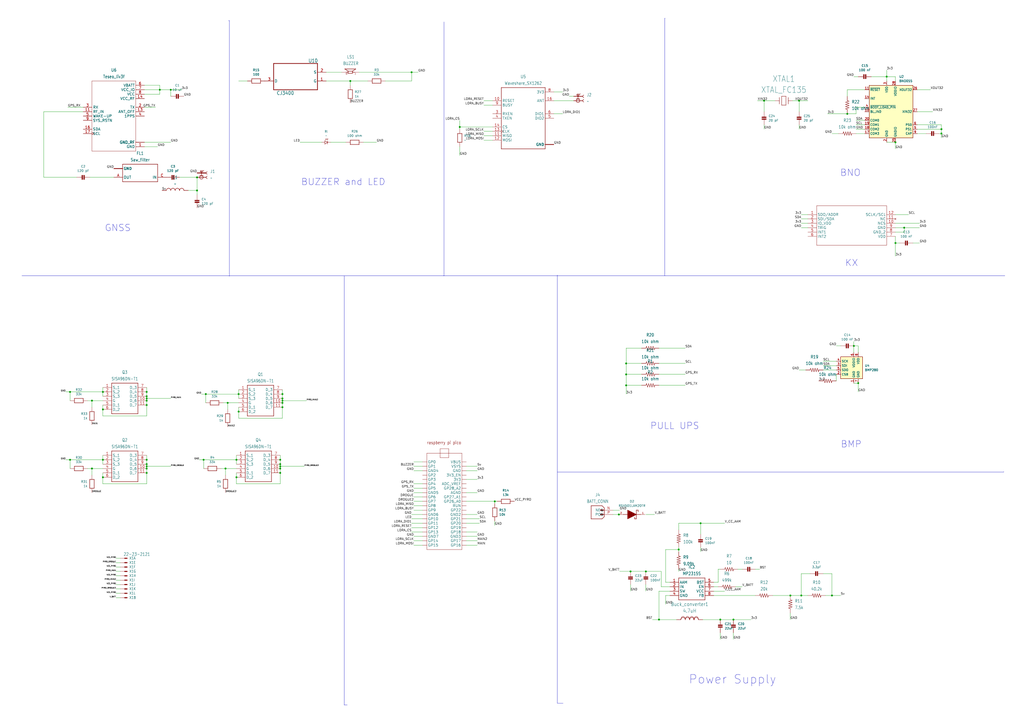
<source format=kicad_sch>
(kicad_sch (version 20250114) (generator "eeschema") (generator_version "9.0")
  (paper "A2")
  (text "KX" (at 494.03 152.654 0) (effects (font (size 3.81 3.81))))
  (text "GNSS" (at 68.326 132.334 0) (effects (font (size 3.81 3.81))))
  (text "BUZZER and LED" (at 199.136 105.664 0) (effects (font (size 3.81 3.81))))
  (text "BNO " (at 494.792 100.33 0) (effects (font (size 3.81 3.81))))
  (text "PULL UPS" (at 391.414 247.142 0) (effects (font (size 3.81 3.81))))
  (text "BMP" (at 493.776 257.81 0) (effects (font (size 3.81 3.81))))
  (text "Power Supply" (at 424.942 394.208 0) (effects (font (size 5 5))))
  (junction (at 85.09 274.32))
  (junction (at 365.76 331.47))
  (junction (at 53.34 232.41))
  (junction (at 162.56 271.78))
  (junction (at 163.83 232.41))
  (junction (at 99.06 52.07))
  (junction (at 546.1 74.93))
  (junction (at 138.43 238.76))
  (junction (at 59.69 237.49))
  (junction (at 482.6 345.44))
  (junction (at 114.3 110.49))
  (junction (at 393.7 318.77))
  (junction (at 85.09 269.24))
  (junction (at 287.02 290.83))
  (junction (at 162.56 274.32))
  (junction (at 162.56 270.51))
  (junction (at 464.82 345.44))
  (junction (at 497.84 222.25))
  (junction (at 92.71 52.07))
  (junction (at 425.45 359.41))
  (junction (at 491.49 66.04))
  (junction (at 363.22 210.82))
  (junction (at 85.09 271.78))
  (junction (at 85.09 229.87))
  (junction (at 163.83 233.68))
  (junction (at 59.69 227.33))
  (junction (at 519.43 82.55))
  (junction (at 163.83 231.14))
  (junction (at 137.16 276.86))
  (junction (at 514.35 44.45))
  (junction (at 85.09 270.51))
  (junction (at 162.56 269.24))
  (junction (at 382.27 359.41))
  (junction (at 546.1 77.47))
  (junction (at 53.34 271.78))
  (junction (at 132.08 233.68))
  (junction (at 59.69 266.7))
  (junction (at 163.83 236.22))
  (junction (at 203.2 46.99))
  (junction (at 363.22 217.17))
  (junction (at 114.3 102.87))
  (junction (at 238.76 41.91))
  (junction (at 40.64 266.7))
  (junction (at 519.43 140.97))
  (junction (at 85.09 227.33))
  (junction (at 85.09 266.7))
  (junction (at 118.11 266.7))
  (junction (at 463.55 58.42))
  (junction (at 59.69 276.86))
  (junction (at 458.47 345.44))
  (junction (at 40.64 227.33))
  (junction (at 138.43 228.6))
  (junction (at 130.81 271.78))
  (junction (at 162.56 266.7))
  (junction (at 363.22 223.52))
  (junction (at 163.83 228.6))
  (junction (at 119.38 228.6))
  (junction (at 85.09 234.95))
  (junction (at 266.7 73.66))
  (junction (at 374.65 331.47))
  (junction (at 137.16 266.7))
  (junction (at 443.23 58.42))
  (junction (at 495.3 200.66))
  (junction (at 524.51 132.08))
  (junction (at 417.83 359.41))
  (junction (at 406.4 303.53))
  (junction (at 85.09 232.41))
  (junction (at 85.09 231.14))
  (junction (at 358.98 298.45))
  (polyline (pts (xy 323.342 159.512) (xy 323.342 407.924)))
  (wire (pts (xy 363.22 210.82) (xy 363.22 217.17)))
  (wire (pts (xy 532.13 74.93) (xy 546.1 74.93)))
  (wire (pts (xy 132.08 233.68) (xy 138.43 233.68)))
  (wire (pts (xy 59.69 241.3) (xy 59.69 237.49)))
  (wire (pts (xy 59.69 274.32) (xy 59.69 276.86)))
  (wire (pts (xy 69.85 344.17) (xy 67.31 344.17)) (stroke (width 0.1524)))
  (wire (pts (xy 104.14 102.87) (xy 114.3 102.87)))
  (wire (pts (xy 393.7 318.77) (xy 393.7 320.04)))
  (wire (pts (xy 138.43 242.57) (xy 138.43 238.76)))
  (wire (pts (xy 85.09 270.51) (xy 85.09 271.78)))
  (wire (pts (xy 99.06 52.07) (xy 99.06 55.88)))
  (wire (pts (xy 417.83 367.03) (xy 417.83 370.84)))
  (wire (pts (xy 39.37 62.23) (xy 48.26 62.23)))
  (wire (pts (xy 119.38 228.6) (xy 116.84 228.6)) (stroke (width 0.1524)))
  (wire (pts (xy 372.11 210.82) (xy 363.22 210.82)))
  (wire (pts (xy 459.74 58.42) (xy 463.55 58.42)))
  (wire (pts (xy 69.85 339.09) (xy 67.31 339.09)) (stroke (width 0.1524)))
  (wire (pts (xy 519.43 129.54) (xy 533.4 129.54)))
  (wire (pts (xy 240.03 316.23) (xy 245.11 316.23)))
  (wire (pts (xy 85.09 224.79) (xy 85.09 227.33)))
  (wire (pts (xy 240.03 313.69) (xy 245.11 313.69)))
  (wire (pts (xy 118.11 266.7) (xy 137.16 266.7)) (stroke (width 0.1524)))
  (wire (pts (xy 266.7 73.66) (xy 266.7 74.93)))
  (wire (pts (xy 414.02 342.9) (xy 420.37 342.9)))
  (wire (pts (xy 69.85 326.39) (xy 67.31 326.39)) (stroke (width 0.1524)))
  (wire (pts (xy 40.64 266.7) (xy 40.64 271.78)))
  (wire (pts (xy 363.22 201.93) (xy 363.22 210.82)))
  (wire (pts (xy 416.56 330.2) (xy 417.83 330.2)))
  (wire (pts (xy 532.13 52.07) (xy 539.75 52.07)))
  (polyline (pts (xy 133.096 160.274) (xy 133.096 11.938)))
  (wire (pts (xy 189.23 41.91) (xy 198.12 41.91)))
  (wire (pts (xy 546.1 77.47) (xy 546.1 80.01)))
  (wire (pts (xy 92.71 52.07) (xy 99.06 52.07)))
  (wire (pts (xy 130.81 271.78) (xy 128.27 271.78)))
  (wire (pts (xy 132.08 233.68) (xy 129.54 233.68)))
  (wire (pts (xy 85.09 229.87) (xy 85.09 231.14)))
  (polyline (pts (xy 385.572 10.668) (xy 385.826 10.668)))
  (wire (pts (xy 426.72 340.36) (xy 430.53 340.36)))
  (wire (pts (xy 85.09 227.33) (xy 85.09 229.87)))
  (wire (pts (xy 163.83 236.22) (xy 163.83 242.57)))
  (wire (pts (xy 137.16 280.67) (xy 137.16 276.86)))
  (wire (pts (xy 240.03 311.15) (xy 245.11 311.15)))
  (wire (pts (xy 477.52 332.74) (xy 482.6 332.74)))
  (wire (pts (xy 53.34 271.78) (xy 53.34 275.59)))
  (wire (pts (xy 365.76 339.09) (xy 365.76 342.9)))
  (wire (pts (xy 69.85 331.47) (xy 67.31 331.47)) (stroke (width 0.1524)))
  (wire (pts (xy 280.67 76.2) (xy 285.75 76.2)))
  (wire (pts (xy 480.06 66.04) (xy 491.49 66.04)))
  (wire (pts (xy 372.11 217.17) (xy 363.22 217.17)))
  (wire (pts (xy 496.57 62.23) (xy 501.65 62.23)))
  (wire (pts (xy 439.42 58.42) (xy 443.23 58.42)))
  (wire (pts (xy 464.82 124.46) (xy 468.63 124.46)))
  (wire (pts (xy 240.03 285.75) (xy 245.11 285.75)))
  (wire (pts (xy 406.4 303.53) (xy 406.4 309.88)))
  (polyline (pts (xy 582.168 273.558) (xy 582.168 273.812)))
  (wire (pts (xy 114.3 102.87) (xy 114.3 110.49)))
  (wire (pts (xy 458.47 355.6) (xy 458.47 359.41)))
  (wire (pts (xy 496.57 74.93) (xy 501.65 74.93)))
  (wire (pts (xy 238.76 303.53) (xy 245.11 303.53)))
  (wire (pts (xy 85.09 241.3) (xy 59.69 241.3)))
  (wire (pts (xy 25.4 64.77) (xy 25.4 102.87)))
  (wire (pts (xy 414.02 340.36) (xy 416.56 340.36)))
  (wire (pts (xy 191.77 82.55) (xy 200.66 82.55)))
  (wire (pts (xy 52.07 102.87) (xy 66.04 102.87)))
  (wire (pts (xy 238.76 41.91) (xy 242.57 41.91)))
  (wire (pts (xy 238.76 41.91) (xy 238.76 46.99)))
  (wire (pts (xy 25.4 102.87) (xy 44.45 102.87)))
  (wire (pts (xy 497.84 200.66) (xy 495.3 200.66)))
  (wire (pts (xy 208.28 41.91) (xy 238.76 41.91)))
  (wire (pts (xy 59.69 224.79) (xy 59.69 227.33)))
  (wire (pts (xy 382.27 359.41) (xy 392.43 359.41)))
  (polyline (pts (xy 257.556 12.7) (xy 257.556 160.02)))
  (wire (pts (xy 463.55 72.39) (xy 463.55 74.93)))
  (wire (pts (xy 393.7 330.2) (xy 393.7 331.47)))
  (wire (pts (xy 270.51 298.45) (xy 276.86 298.45)))
  (wire (pts (xy 358.98 298.45) (xy 359.41 298.45)))
  (wire (pts (xy 69.85 336.55) (xy 67.31 336.55)) (stroke (width 0.1524)))
  (wire (pts (xy 118.11 266.7) (xy 118.11 271.78)))
  (wire (pts (xy 388.62 345.44) (xy 386.08 345.44)))
  (wire (pts (xy 53.34 232.41) (xy 59.69 232.41)))
  (wire (pts (xy 505.46 44.45) (xy 514.35 44.45)))
  (wire (pts (xy 514.35 82.55) (xy 519.43 82.55)))
  (wire (pts (xy 496.57 72.39) (xy 501.65 72.39)))
  (wire (pts (xy 280.67 81.28) (xy 285.75 81.28)))
  (wire (pts (xy 359.41 331.47) (xy 365.76 331.47)))
  (wire (pts (xy 162.56 270.51) (xy 162.56 271.78)))
  (wire (pts (xy 519.43 82.55) (xy 519.43 86.36)))
  (wire (pts (xy 529.59 140.97) (xy 533.4 140.97)))
  (wire (pts (xy 495.3 204.47) (xy 495.3 200.66)))
  (wire (pts (xy 240.03 295.91) (xy 245.11 295.91)))
  (wire (pts (xy 163.83 232.41) (xy 163.83 233.68)))
  (wire (pts (xy 53.34 271.78) (xy 50.8 271.78)))
  (wire (pts (xy 137.16 264.16) (xy 137.16 266.7)))
  (wire (pts (xy 519.43 46.99) (xy 519.43 44.45)))
  (wire (pts (xy 130.81 271.78) (xy 130.81 275.59)))
  (wire (pts (xy 130.81 271.78) (xy 137.16 271.78)))
  (wire (pts (xy 40.64 227.33) (xy 59.69 227.33)) (stroke (width 0.1524)))
  (wire (pts (xy 383.54 331.47) (xy 383.54 340.36)))
  (wire (pts (xy 83.82 54.61) (xy 92.71 54.61)))
  (wire (pts (xy 40.64 266.7) (xy 38.1 266.7)) (stroke (width 0.1524)))
  (wire (pts (xy 266.7 73.66) (xy 285.75 73.66)))
  (wire (pts (xy 496.57 62.23) (xy 496.57 66.04)))
  (wire (pts (xy 372.11 223.52) (xy 363.22 223.52)))
  (wire (pts (xy 92.71 49.53) (xy 92.71 52.07)))
  (wire (pts (xy 388.62 342.9) (xy 382.27 342.9)))
  (wire (pts (xy 524.51 132.08) (xy 533.4 132.08)))
  (wire (pts (xy 495.3 198.12) (xy 495.3 200.66)))
  (wire (pts (xy 464.82 332.74) (xy 469.9 332.74)))
  (wire (pts (xy 386.08 337.82) (xy 386.08 318.77)))
  (wire (pts (xy 85.09 270.51) (xy 99.06 270.51)) (stroke (width 0.1524)))
  (wire (pts (xy 270.51 313.69) (xy 276.86 313.69)))
  (wire (pts (xy 85.09 234.95) (xy 85.09 241.3)))
  (wire (pts (xy 407.67 359.41) (xy 417.83 359.41)))
  (wire (pts (xy 238.76 298.45) (xy 245.11 298.45)))
  (wire (pts (xy 287.02 302.26) (xy 287.02 304.8)))
  (polyline (pts (xy 323.342 273.812) (xy 582.168 273.812)))
  (wire (pts (xy 270.51 273.05) (xy 276.86 273.05)))
  (wire (pts (xy 53.34 232.41) (xy 50.8 232.41)))
  (wire (pts (xy 519.43 137.16) (xy 519.43 140.97)))
  (wire (pts (xy 270.51 316.23) (xy 276.86 316.23)))
  (wire (pts (xy 406.4 317.5) (xy 406.4 320.04)))
  (wire (pts (xy 240.03 273.05) (xy 245.11 273.05)))
  (wire (pts (xy 449.58 58.42) (xy 443.23 58.42)))
  (wire (pts (xy 85.09 280.67) (xy 59.69 280.67)))
  (wire (pts (xy 163.83 228.6) (xy 163.83 231.14)))
  (wire (pts (xy 163.83 226.06) (xy 163.83 228.6)))
  (wire (pts (xy 477.52 209.55) (xy 485.14 209.55)))
  (wire (pts (xy 519.43 134.62) (xy 524.51 134.62)))
  (wire (pts (xy 287.02 290.83) (xy 288.29 290.83)))
  (wire (pts (xy 382.27 223.52) (xy 397.51 223.52)))
  (wire (pts (xy 270.51 303.53) (xy 278.13 303.53)))
  (wire (pts (xy 85.09 269.24) (xy 85.09 270.51)))
  (wire (pts (xy 495.3 222.25) (xy 497.84 222.25)))
  (wire (pts (xy 363.22 217.17) (xy 363.22 223.52)))
  (wire (pts (xy 417.83 359.41) (xy 425.45 359.41)))
  (wire (pts (xy 382.27 201.93) (xy 397.51 201.93)))
  (wire (pts (xy 83.82 62.23) (xy 90.17 62.23)))
  (wire (pts (xy 85.09 231.14) (xy 85.09 232.41)))
  (wire (pts (xy 374.65 331.47) (xy 383.54 331.47)))
  (wire (pts (xy 163.83 233.68) (xy 163.83 236.22)))
  (wire (pts (xy 173.99 82.55) (xy 186.69 82.55)))
  (wire (pts (xy 240.03 290.83) (xy 245.11 290.83)))
  (wire (pts (xy 270.51 311.15) (xy 276.86 311.15)))
  (wire (pts (xy 114.3 110.49) (xy 114.3 113.03)))
  (wire (pts (xy 287.02 290.83) (xy 287.02 292.1)))
  (wire (pts (xy 92.71 54.61) (xy 92.71 52.07)))
  (wire (pts (xy 53.34 232.41) (xy 53.34 236.22)))
  (wire (pts (xy 544.83 77.47) (xy 546.1 77.47)))
  (wire (pts (xy 25.4 64.77) (xy 48.26 64.77)))
  (wire (pts (xy 223.52 46.99) (xy 238.76 46.99)))
  (wire (pts (xy 240.03 283.21) (xy 245.11 283.21)))
  (wire (pts (xy 59.69 264.16) (xy 59.69 266.7)))
  (polyline (pts (xy 257.556 160.02) (xy 257.302 160.02)))
  (wire (pts (xy 83.82 85.09) (xy 91.44 85.09)))
  (wire (pts (xy 163.83 232.41) (xy 177.8 232.41)) (stroke (width 0.1524)))
  (wire (pts (xy 238.76 308.61) (xy 245.11 308.61)))
  (wire (pts (xy 374.65 339.09) (xy 374.65 342.9)))
  (wire (pts (xy 83.82 49.53) (xy 92.71 49.53)))
  (wire (pts (xy 355.6 295.91) (xy 359.41 295.91)))
  (wire (pts (xy 270.51 300.99) (xy 278.13 300.99)))
  (wire (pts (xy 485.14 200.66) (xy 487.68 200.66)))
  (wire (pts (xy 524.51 132.08) (xy 524.51 134.62)))
  (wire (pts (xy 496.57 69.85) (xy 501.65 69.85)))
  (wire (pts (xy 119.38 228.6) (xy 119.38 233.68)))
  (wire (pts (xy 270.51 278.13) (xy 276.86 278.13)))
  (wire (pts (xy 162.56 271.78) (xy 162.56 274.32)))
  (wire (pts (xy 240.03 280.67) (xy 245.11 280.67)))
  (wire (pts (xy 443.23 72.39) (xy 443.23 74.93)))
  (wire (pts (xy 85.09 231.14) (xy 99.06 231.14)) (stroke (width 0.1524)))
  (wire (pts (xy 137.16 274.32) (xy 137.16 276.86)))
  (wire (pts (xy 464.82 345.44) (xy 468.63 345.44)))
  (wire (pts (xy 270.51 270.51) (xy 276.86 270.51)))
  (wire (pts (xy 138.43 226.06) (xy 138.43 228.6)))
  (wire (pts (xy 280.67 58.42) (xy 285.75 58.42)))
  (wire (pts (xy 85.09 264.16) (xy 85.09 266.7)))
  (wire (pts (xy 83.82 82.55) (xy 99.06 82.55)))
  (wire (pts (xy 482.6 345.44) (xy 487.68 345.44)))
  (wire (pts (xy 546.1 72.39) (xy 546.1 74.93)))
  (wire (pts (xy 416.56 337.82) (xy 416.56 330.2)))
  (wire (pts (xy 138.43 228.6) (xy 138.43 231.14)))
  (wire (pts (xy 270.51 290.83) (xy 287.02 290.83)))
  (wire (pts (xy 270.51 285.75) (xy 276.86 285.75)))
  (wire (pts (xy 240.03 288.29) (xy 245.11 288.29)))
  (wire (pts (xy 383.54 340.36) (xy 388.62 340.36)))
  (wire (pts (xy 363.22 223.52) (xy 363.22 228.6)))
  (wire (pts (xy 519.43 124.46) (xy 527.05 124.46)))
  (wire (pts (xy 240.03 293.37) (xy 245.11 293.37)))
  (wire (pts (xy 69.85 341.63) (xy 67.31 341.63)) (stroke (width 0.1524)))
  (wire (pts (xy 485.14 217.17) (xy 485.14 220.98)))
  (wire (pts (xy 321.31 66.04) (xy 326.39 66.04)))
  (wire (pts (xy 393.7 317.5) (xy 393.7 318.77)))
  (wire (pts (xy 321.31 53.34) (xy 326.39 53.34)))
  (wire (pts (xy 280.67 60.96) (xy 285.75 60.96)))
  (wire (pts (xy 163.83 242.57) (xy 138.43 242.57)))
  (polyline (pts (xy 323.342 407.924) (xy 326.644 407.924)))
  (wire (pts (xy 464.82 127) (xy 468.63 127)))
  (wire (pts (xy 382.27 342.9) (xy 382.27 359.41)))
  (wire (pts (xy 464.82 129.54) (xy 468.63 129.54)))
  (wire (pts (xy 203.2 46.99) (xy 203.2 49.53)))
  (wire (pts (xy 495.3 44.45) (xy 497.84 44.45)))
  (wire (pts (xy 119.38 228.6) (xy 138.43 228.6)) (stroke (width 0.1524)))
  (wire (pts (xy 382.27 210.82) (xy 397.51 210.82)))
  (wire (pts (xy 514.35 40.64) (xy 514.35 44.45)))
  (wire (pts (xy 532.13 72.39) (xy 546.1 72.39)))
  (polyline (pts (xy 199.644 160.02) (xy 199.644 408.94)))
  (wire (pts (xy 532.13 77.47) (xy 537.21 77.47)))
  (wire (pts (xy 203.2 46.99) (xy 213.36 46.99)))
  (wire (pts (xy 59.69 234.95) (xy 59.69 237.49)))
  (wire (pts (xy 514.35 44.45) (xy 514.35 46.99)))
  (wire (pts (xy 425.45 359.41) (xy 435.61 359.41)))
  (wire (pts (xy 519.43 140.97) (xy 521.97 140.97)))
  (wire (pts (xy 162.56 274.32) (xy 162.56 280.67)))
  (wire (pts (xy 496.57 66.04) (xy 491.49 66.04)))
  (wire (pts (xy 406.4 303.53) (xy 420.37 303.53)))
  (wire (pts (xy 85.09 266.7) (xy 85.09 269.24)))
  (wire (pts (xy 386.08 318.77) (xy 393.7 318.77)))
  (wire (pts (xy 458.47 345.44) (xy 464.82 345.44)))
  (wire (pts (xy 546.1 74.93) (xy 546.1 77.47)))
  (wire (pts (xy 464.82 345.44) (xy 464.82 332.74)))
  (polyline (pts (xy 132.588 11.938) (xy 133.096 11.938)))
  (wire (pts (xy 519.43 140.97) (xy 519.43 148.59)))
  (wire (pts (xy 266.7 69.85) (xy 266.7 73.66)))
  (wire (pts (xy 482.6 77.47) (xy 486.41 77.47)))
  (wire (pts (xy 497.84 200.66) (xy 497.84 204.47)))
  (polyline (pts (xy 12.7 160.02) (xy 582.93 160.02)))
  (wire (pts (xy 388.62 337.82) (xy 386.08 337.82)))
  (wire (pts (xy 414.02 337.82) (xy 416.56 337.82)))
  (wire (pts (xy 532.13 64.77) (xy 541.02 64.77)))
  (wire (pts (xy 138.43 46.99) (xy 143.51 46.99)))
  (wire (pts (xy 464.82 132.08) (xy 468.63 132.08)))
  (wire (pts (xy 59.69 227.33) (xy 59.69 229.87)))
  (wire (pts (xy 137.16 266.7) (xy 137.16 269.24)))
  (wire (pts (xy 69.85 323.85) (xy 67.31 323.85)) (stroke (width 0.1524)))
  (wire (pts (xy 378.46 359.41) (xy 382.27 359.41)))
  (wire (pts (xy 443.23 58.42) (xy 443.23 64.77)))
  (wire (pts (xy 519.43 44.45) (xy 514.35 44.45)))
  (wire (pts (xy 365.76 331.47) (xy 374.65 331.47)))
  (wire (pts (xy 393.7 303.53) (xy 406.4 303.53)))
  (wire (pts (xy 463.55 214.63) (xy 467.36 214.63)))
  (wire (pts (xy 355.6 298.45) (xy 358.98 298.45)))
  (wire (pts (xy 53.34 271.78) (xy 59.69 271.78)))
  (wire (pts (xy 463.55 58.42) (xy 463.55 64.77)))
  (wire (pts (xy 163.83 231.14) (xy 163.83 232.41)))
  (polyline (pts (xy 385.572 160.02) (xy 385.572 10.668)))
  (wire (pts (xy 477.52 214.63) (xy 485.14 214.63)))
  (wire (pts (xy 497.84 222.25) (xy 497.84 227.33)))
  (wire (pts (xy 138.43 236.22) (xy 138.43 238.76)))
  (wire (pts (xy 162.56 266.7) (xy 162.56 269.24)))
  (wire (pts (xy 386.08 345.44) (xy 386.08 350.52)))
  (wire (pts (xy 40.64 227.33) (xy 38.1 227.33)) (stroke (width 0.1524)))
  (wire (pts (xy 69.85 334.01) (xy 67.31 334.01)) (stroke (width 0.1524)))
  (wire (pts (xy 372.11 201.93) (xy 363.22 201.93)))
  (wire (pts (xy 448.31 345.44) (xy 458.47 345.44)))
  (wire (pts (xy 482.6 332.74) (xy 482.6 345.44)))
  (wire (pts (xy 496.57 77.47) (xy 501.65 77.47)))
  (wire (pts (xy 382.27 217.17) (xy 397.51 217.17)))
  (wire (pts (xy 501.65 52.07) (xy 491.49 52.07)))
  (wire (pts (xy 132.08 233.68) (xy 132.08 237.49)))
  (wire (pts (xy 162.56 270.51) (xy 176.53 270.51)) (stroke (width 0.1524)))
  (wire (pts (xy 69.85 346.71) (xy 67.31 346.71)) (stroke (width 0.1524)))
  (wire (pts (xy 83.82 52.07) (xy 92.71 52.07)))
  (wire (pts (xy 414.02 345.44) (xy 438.15 345.44)))
  (wire (pts (xy 393.7 307.34) (xy 393.7 303.53)))
  (wire (pts (xy 266.7 85.09) (xy 266.7 90.17)))
  (wire (pts (xy 59.69 266.7) (xy 59.69 269.24)))
  (wire (pts (xy 85.09 232.41) (xy 85.09 234.95)))
  (wire (pts (xy 477.52 212.09) (xy 485.14 212.09)))
  (wire (pts (xy 59.69 280.67) (xy 59.69 276.86)))
  (wire (pts (xy 374.65 298.45) (xy 379.73 298.45)))
  (wire (pts (xy 210.82 82.55) (xy 218.44 82.55)))
  (wire (pts (xy 40.64 266.7) (xy 59.69 266.7)) (stroke (width 0.1524)))
  (wire (pts (xy 270.51 308.61) (xy 276.86 308.61)))
  (wire (pts (xy 427.99 330.2) (xy 430.53 330.2)))
  (polyline (pts (xy 199.644 408.94) (xy 201.422 408.94)))
  (wire (pts (xy 280.67 78.74) (xy 285.75 78.74)))
  (wire (pts (xy 491.49 52.07) (xy 491.49 55.88)))
  (wire (pts (xy 240.03 270.51) (xy 245.11 270.51)))
  (wire (pts (xy 189.23 46.99) (xy 203.2 46.99)))
  (wire (pts (xy 519.43 132.08) (xy 524.51 132.08)))
  (wire (pts (xy 85.09 274.32) (xy 85.09 280.67)))
  (wire (pts (xy 118.11 266.7) (xy 115.57 266.7)) (stroke (width 0.1524)))
  (wire (pts (xy 109.22 110.49) (xy 114.3 110.49)))
  (wire (pts (xy 321.31 58.42) (xy 332.74 58.42)))
  (wire (pts (xy 40.64 227.33) (xy 40.64 232.41)))
  (wire (pts (xy 425.45 367.03) (xy 425.45 370.84)))
  (wire (pts (xy 482.6 345.44) (xy 478.79 345.44)))
  (wire (pts (xy 85.09 271.78) (xy 85.09 274.32)))
  (wire (pts (xy 99.06 52.07) (xy 105.41 52.07)))
  (wire (pts (xy 330.2 55.88) (xy 332.74 55.88)))
  (wire (pts (xy 438.15 330.2) (xy 440.69 330.2)))
  (wire (pts (xy 162.56 280.67) (xy 137.16 280.67)))
  (wire (pts (xy 463.55 58.42) (xy 468.63 58.42)))
  (wire (pts (xy 162.56 269.24) (xy 162.56 270.51)))
  (wire (pts (xy 69.85 328.93) (xy 67.31 328.93)) (stroke (width 0.1524)))
  (wire (pts (xy 238.76 306.07) (xy 245.11 306.07)))
  (wire (pts (xy 240.03 267.97) (xy 245.11 267.97)))
  (wire (pts (xy 238.76 300.99) (xy 245.11 300.99)))
  (wire (pts (xy 162.56 264.16) (xy 162.56 266.7)))
  (label "3v3" (at 474.98 220.98 0))
  (label "GND" (at 495.3 44.45 180))
  (label "GND" (at 106.68 55.88 0))
  (label "LORA_MOSI" (at 240.03 316.23 180))
  (label "3v3" (at 495.3 198.12 0))
  (label "GND" (at 238.76 298.45 180))
  (label "SDA" (at 278.13 303.53 0))
  (label "GND" (at 240.03 273.05 180))
  (label "SCL" (at 496.57 72.39 0))
  (label "LORA_BUSY" (at 240.03 295.91 180))
  (label "GND" (at 266.7 90.17 0))
  (label "GND" (at 496.57 74.93 0))
  (label "GPS_RX" (at 240.03 280.67 180))
  (label "PYRO_DROGUE" (at 99.06 270.51 0) (effects (font (size 0.7112 0.7112))))
  (label "GPS_TX" (at 397.51 223.52 0))
  (label "V_BATT" (at 430.53 340.36 0))
  (label "GND" (at 276.86 285.75 0))
  (label "LORA_DIO1" (at 326.39 66.04 0))
  (label "V_CC_AAM" (at 420.37 342.9 0))
  (label "GPS_RX" (at 39.37 62.23 0))
  (label "XIN32" (at 439.42 58.42 0))
  (label "LORA_SCLK" (at 240.03 313.69 180))
  (label "V_CC_AAM" (at 420.37 303.53 0))
  (label "5v" (at 487.68 345.44 0))
  (label "BUZZER" (at 240.03 270.51 180))
  (label "XOUT32" (at 539.75 52.07 0))
  (label "SDA" (at 464.82 127 180))
  (label "SCL" (at 527.05 124.46 0))
  (label "PYRO_MAIN" (at 67.31 331.47 180) (effects (font (size 0.7112 0.7112))))
  (label "MAIN" (at 276.86 316.23 0))
  (label "3v3" (at 435.61 359.41 0))
  (label "PYRO_MAIN2" (at 67.31 336.55 180) (effects (font (size 0.7112 0.7112))))
  (label "GND" (at 406.4 320.04 0))
  (label "BST" (at 440.69 330.2 0))
  (label "GND" (at 114.3 120.65 0))
  (label "LORA_CS" (at 238.76 308.61 180))
  (label "V_BATT" (at 67.31 346.71 180) (effects (font (size 0.7112 0.7112))))
  (label "VCC_PYRO" (at 67.31 334.01 180) (effects (font (size 0.7112 0.7112))))
  (label "3v3" (at 363.22 228.6 0))
  (label "VCC_PYRO" (at 298.45 290.83 0))
  (label "LED" (at 173.99 82.55 180))
  (label "GND" (at 386.08 350.52 0))
  (label "GND" (at 463.55 74.93 0))
  (label "GND" (at 443.23 74.93 0))
  (label "GND" (at 38.1 227.33 180) (effects (font (size 0.889 0.889))))
  (label "GPS_RX" (at 397.51 217.17 0))
  (label "LORA_RESET" (at 280.67 58.42 180))
  (label "LORA_DIO1" (at 238.76 303.53 180))
  (label "MAIN" (at 53.34 246.38 0) (effects (font (size 0.889 0.889))))
  (label "GND" (at 417.83 370.84 0))
  (label "GND" (at 425.45 370.84 0))
  (label "BUZZER" (at 203.2 59.69 0))
  (label "PYRO_DROGUE" (at 67.31 326.39 180) (effects (font (size 0.7112 0.7112))))
  (label "GND" (at 485.14 200.66 180))
  (label "GND" (at 240.03 285.75 180))
  (label "VCC_PYRO" (at 67.31 339.09 180) (effects (font (size 0.7112 0.7112))))
  (label "GND" (at 240.03 311.15 180))
  (label "VCC_PYRO" (at 67.31 344.17 180) (effects (font (size 0.7112 0.7112))))
  (label "GND" (at 374.65 342.9 0))
  (label "GND" (at 519.43 86.36 0))
  (label "DROGUE2" (at 240.03 290.83 180))
  (label "PYRO_DROGUE2" (at 176.53 270.51 0) (effects (font (size 0.7112 0.7112))))
  (label "GND" (at 533.4 140.97 0))
  (label "3v3" (at 519.43 148.59 0))
  (label "GND" (at 276.86 298.45 0))
  (label "GPS_TX" (at 240.03 283.21 180))
  (label "LORA_CS" (at 266.7 69.85 180))
  (label "GND" (at 393.7 331.47 0))
  (label "XOUT32" (at 468.63 58.42 180))
  (label "LORA_MOSI" (at 280.67 81.28 180))
  (label "5v" (at 276.86 270.51 0))
  (label "GND" (at 330.2 55.88 180))
  (label "GND" (at 91.44 85.09 0))
  (label "LORA_MISO" (at 240.03 293.37 180))
  (label "3v3" (at 533.4 129.54 0))
  (label "3v3" (at 276.86 278.13 0))
  (label "V_BATT" (at 359.41 331.47 180))
  (label "GND" (at 458.47 359.41 0))
  (label "GND" (at 276.86 311.15 0))
  (label "GND" (at 116.84 228.6 180) (effects (font (size 0.889 0.889))))
  (label "LORA_BUSY" (at 280.67 60.96 180))
  (label "3v3" (at 105.41 52.07 0))
  (label "LORA_SCLK" (at 280.67 76.2 180))
  (label "5v" (at 93.98 110.49 0))
  (label "SDA" (at 397.51 201.93 0))
  (label "3v3" (at 326.39 53.34 0))
  (label "VCC_PYRO" (at 67.31 323.85 180) (effects (font (size 0.7112 0.7112))))
  (label "XIN32" (at 541.02 64.77 0))
  (label "3v3" (at 514.35 40.64 0))
  (label "SDA" (at 496.57 69.85 0))
  (label "PYRO_MAIN" (at 99.06 231.14 0) (effects (font (size 0.7112 0.7112))))
  (label "V_BATT" (at 379.73 298.45 0))
  (label "SCL" (at 278.13 300.99 0))
  (label "PYRO_MAIN2" (at 177.8 232.41 0) (effects (font (size 0.7112 0.7112))))
  (label "GND" (at 482.6 77.47 180))
  (label "LORA_RESET" (at 238.76 306.07 180))
  (label "GND" (at 218.44 82.55 0))
  (label "BST" (at 378.46 359.41 180))
  (label "GND" (at 287.02 304.8 0))
  (label "GND" (at 114.3 100.33 180))
  (label "GND" (at 242.57 41.91 0))
  (label "DROGUE" (at 240.03 288.29 180))
  (label "LORA_MISO" (at 280.67 78.74 180))
  (label "SCL" (at 397.51 210.82 0))
  (label "GPS_TX" (at 90.17 62.23 180))
  (label "GND" (at 497.84 227.33 0))
  (label "LED" (at 238.76 300.99 180))
  (label "MAIN2" (at 276.86 313.69 0))
  (label "GND" (at 115.57 266.7 180) (effects (font (size 0.889 0.889))))
  (label "GND" (at 533.4 132.08 0))
  (label "GND" (at 38.1 266.7 180) (effects (font (size 0.889 0.889))))
  (label "PYRO_DROGUE2" (at 67.31 341.63 180) (effects (font (size 0.7112 0.7112))))
  (label "3v3" (at 464.82 129.54 180))
  (label "GND" (at 365.76 342.9 0))
  (label "GND" (at 359.41 295.91 0))
  (label "GND" (at 463.55 214.63 180))
  (label "GND" (at 66.04 97.79 180))
  (label "GND" (at 321.31 83.82 0))
  (label "GND" (at 99.06 82.55 0))
  (label "DROGUE2" (at 130.81 285.75 0) (effects (font (size 0.889 0.889))))
  (label "MAIN2" (at 132.08 247.65 0) (effects (font (size 0.889 0.889))))
  (label "3v3" (at 480.06 66.04 0))
  (label "GND" (at 546.1 80.01 0))
  (label "DROGUE" (at 53.34 285.75 0) (effects (font (size 0.889 0.889))))
  (label "GND" (at 464.82 132.08 180))
  (label "GND" (at 276.86 273.05 0))
  (label "SDA" (at 477.52 212.09 0))
  (label "3v3" (at 464.82 124.46 180))
  (label "SCL" (at 477.52 209.55 0))
  (label "VCC_PYRO" (at 67.31 328.93 180) (effects (font (size 0.7112 0.7112))))
  (symbol (lib_id "microbuilder:CAP_CERAMIC0603") (at 490.22 200.66 270) (unit 1)
    (property "Reference" "C14" (at 491.49 194.31 90))
    (property "Value" "100 nF" (at 491.49 196.85 90))
    (property "Footprint" "microbuilder:0603" (effects (hide yes)))
    (property "Description" "Ceramic Capacitors\n\n0402 - 0402 Surface Mount Capacitors\n\n• 16pF 50V 5% [Digikey: 445-4899-2-ND]\n• 18pF 50V 5% [Digikey: 490-1281-2-ND]\n• 22pF 50V 5% [Digikey: 490-1283-2-ND]\n• 68pF 50V 5% [Digikey: 490-1289-2-ND]\n• 0.1uF 10V 10% [Digikey: 490-1318-2-ND]\n• 1.0uF 6.3V 10% [Digikey: 490-1320-2-ND]\n\n0603 - 0603 Surface Mount Capacitors\n\n• 16 pF 50V 5% [Digikey: 445-5051-2-ND]\n• 22 pF 50V [Digikey: PCC220ACVTR-ND]\n• 33 pF 50V 5% [Digikey: 490-1415-1-ND]\n• 56pF 50V 5% [Digikey: 490-1421-1-ND]\n• 220pF 50V 5% [Digikey: 445-1285-1-ND]\n• 680 pF 50V\n• 2200 pF 50V 5% C0G [Digikey: 445-1297-1-ND]\n• 5600 pF 100V 5% X7R [Digikey: 478-3711-1-ND]\n• 0.1 µF 25V 10% [Digikey: PCC2277TR-ND]\n• 0.22 µF 16V 10% X7R [Digikey: 445-1318-1-ND]\n• 1.0 µF 25V 10% [Digikey: 445-5146-2-ND]\n\n0603 - RF Specific\n\n• 3pF 250V +/-0.1pF RF [Digikey: 712-1347-1-ND]\n• 18 pF 250V 5%  [Digikey: 478-3505-1-ND or 712-1322-1-ND]\n• 56 pF 250V 5% C0G RF [Digikey: 490-4867-1-ND]\n• 68 pF 250V RF [Digikey: 490-4868-1-ND]\n\n0805 - 0805 Surface Mount Capacitors\n\n• 220 pF 250V 2% RF Ceramic Capacitor [Digikey: 712-1398-1-ND]\n• 1000 pF 50V 2% NP0 Ceramic Capacitor [Digikey: 478-3760-1-ND]\n• 0.1 µF 25V 10% Ceramic Capacitor [Digikey: PCC1828TR-ND]\n• 1.0 µF 16V 10% Ceramic Capacitor[Digikey: 490-1691-2-ND]\n• 10.0 µF 10V 10% Ceramic Capacitor[Digikey: 709-1228-1-ND]\n• 10.0 uF 16V 10% Ceramic Capacitor [Digikey: 478-5165-2-ND]\n• 47 uF 6.3V 20% Ceramic Capacitor [Digikey: 587-1779-1-ND or 399-5506-1-ND]\n\n1206 - 1206 Surface Mount Capacitors\n\n• 47uF 10V 20% Ceramic Capacitor [Digikey: 490-5528-1-ND or 399-5508-1-ND or 445-6010-1-ND]\n• 100uF 6.3V -20%, +80% Y5V Ceramic Capacitor (Digikey: 490-4512-1-ND, Mouser: 81-GRM31CF50J107ZE1L)" (effects (hide yes)))
  )
  (symbol (lib_id "adafruit:R-US_R0603") (at 393.7 325.12 90) (unit 1)
    (property "Reference" "R9" (at 396.24 323.215 90) (effects (font (size 1.778 1.5113)) (justify right)))
    (property "Value" "9.09k" (at 396.24 327.025 90) (effects (font (size 1.778 1.5113)) (justify right)))
    (property "Footprint" "adafruit:R0603" (effects (hide yes)))
    (property "Description" "RESISTOR, American symbol" (effects (hide yes)))
  )
  (symbol (lib_id "adafruit:R-US_R0603") (at 480.06 220.98 0) (unit 1)
    (property "Reference" "R24" (at 480.06 213.36 0) (effects (font (size 1.778 1.5113))))
    (property "Value" "10k ohm" (at 480.06 217.17 0) (effects (font (size 1.778 1.5113))))
    (property "Footprint" "adafruit:R0603" (effects (hide yes)))
    (property "Description" "RESISTOR, American symbol" (effects (hide yes)))
  )
  (symbol (lib_id "kx134:KX134-1211") (at 466.09 124.46 0) (unit 1)
    (property "Reference" "U3" (effects (hide yes)))
    (property "Footprint" "kx134:LGA12_2X2X0P9_ROM" (effects (hide yes)))
  )
  (symbol (lib_id "sma-connector:CON-SMA-EDGE-S") (at 335.28 55.88 180) (unit 1)
    (property "Reference" "J2" (at 340.36 54.991 0) (effects (font (size 1.778 1.5113)) (justify right)))
    (property "Value" "~" (at 340.36 58.801 0) (effects (font (size 1.778 1.5113)) (justify right)))
    (property "Footprint" "sma-connector:RFSOLUTIONS_CON-SMA-EDGE-S" (effects (hide yes)))
    (property "Description" "https://pricing.snapeda.com/parts/CON-SMA-EDGE-S/RF%20Solutions/view-part?ref=eda Check availability" (effects (hide yes)))
  )
  (symbol (lib_id "microbuilder:RESISTOR0603") (at 45.72 232.41 0) (mirror y) (unit 1)
    (property "Reference" "R32" (at 45.72 226.06 0))
    (property "Value" "33k" (at 45.72 228.6 0))
    (property "Footprint" "microbuilder:0603" (effects (hide yes)))
    (property "Description" "Resistors\n\n0402 - 0402 Surface Mount Package\n\n• 22 Ohm 1% 1/16W [Digikey: 311-22.0LRTR-ND]\n• 33 Ohm 5% 1/16W\n• 1.0K 5% 1/16W\n• 1.5K 5% 1/16W\n• 2.0K 1% 1/16W\n• 10.0K 1% 1/16W [Digikey: 311-10.0KLRTR-ND]\n• 10.0K 5% 1/16W [Digikey: RMCF0402JT10K0TR-ND]\n• 12.1K 1% 1/16W [Digikey: 311-22.0LRTR-ND]\n• 100.0K 5% 1/16W\n\n0603 - 0603 Surface Mount Package\n\n• 0 Ohm 1/10 Watt 1% Resistor\n• 15 Ohm 1/10 Watt 1% Resistor\n• 33 Ohm 1/10 Watt 1% Resistor\n• 49.9 Ohm 1/10 Watt 1% Resistor\n• 100 Ohm 1/10 Watt 1% Resistor\n• 150 Ohm 1/10 Watt 1% Resistor\n• 240 Ohm 1/10 Watt 1% Resistor\n• 390 Ohm 1/10 Watt 1% Resistor\n• 560 Ohm 1/10 Watt 1% Resistor\n• 680 Ohm 1/10 Watt 1% Resistor\n• 750 Ohm 1/10 Watt 1% Resistor\n• 1.0K Ohm 1/10 Watt 1% Resistor\n• 1.5K Ohm 1/10 Watt 1% Resistor\n• 2.0K Ohm 1/10 Watt 1% Resistor\n• 2.2K Ohm 1/10 Watt 1% Resistor\n• 3.3K Ohm 1/10 Watt 1% Resistor\n• 4.7K Ohm 1/10 Watt 1% Resistor\n• 10.0K Ohm 1/10 Watt 1% Resistor\n• 12.0K Ohm 1/10 Watt 1% Resistor\n• 12.1K Ohm 1/10 Watt 1% Resistor\n• 20.0K Ohm 1/10 Watt 1% Resistor\n• 33.0K Ohm 1/10 Watt 1% Resistor\n• 100.0K Ohm 1/10 Watt 1% Resistor\n\n0805 - 0805 Surface Mount Package\n\n• 0 Ohm 1/8 Watt 1% Resistor\n• 33 Ohm 1/8 Watt 1% Resistor\n• 100 Ohm 1/8 Watt 1% Resistor\n• 150 Ohm 1/8 Watt 1% Resistor\n• 200 Ohm 1/8 Watt 1% Resistor\n• 240 Ohm 1/8 Watt 1% Resistor\n• 330 Ohm 1/8 Watt 1% Resistor\n• 390 Ohm 1/8 Watt 1% Resistor\n• 470 Ohm 1/8 Watt 1% Resistor\n• 1.0K Ohm 1/8 Watt 1% Resistor\n• 1.5K Ohm 1/8 Watt 1% Resistor\n• 2.0K Ohm 1/8 Watt 1% Resistor\n• 4.7K Ohm 1/8 Watt 1% Resistor\n• 5.1K Ohm 1/8 Watt 1% Resistor\n• 5.6K Ohm 1/8 Watt 1% Resistor\n• 10.0K Ohm 1/8 Watt 1% Resistor\n• 22.0K Ohm 1/8 Watt 1% Resistor\n• 33.0K Ohm 1/8 Watt 1% Resistor\n• 100K Ohm 1/8 Watt 1% Resistor\n\n1206 - 1206 Surface Mount Package  2012 - 2010 Surface Mount Package\n\n• 0.11 Ohm 1/2 Watt 1% Resistor - Digikey: RHM.11UCT-ND" (effects (hide yes)))
  )
  (symbol (lib_id "SISA96DN-T1-GE3:SISA96DN-T1-GE3") (at 59.69 264.16 0) (unit 1)
    (property "Reference" "Q2" (at 72.39 255.27 0) (effects (font (size 1.778 1.5113))))
    (property "Value" "SISA96DN-T1" (at 72.39 259.08 0) (effects (font (size 1.778 1.5113))))
    (property "Footprint" "SISA96DN-T1-GE3:SIS862DNT1GE3" (effects (hide yes)))
    (property "Description" "VISHAY - SISA96DN-T1-GE3 - MOSFET, N-CH, 30V, 16A, POWERPAK 1212\n\nSource: https://componentsearchengine.com/Datasheets/2/SISS10ADN-T1-GE3.pdf  Datasheet" (effects (hide yes)))
  )
  (symbol (lib_id "microbuilder:CAP_CERAMIC0603") (at 500.38 44.45 270) (unit 1)
    (property "Reference" "C15" (at 501.65 38.1 90))
    (property "Value" "100 nF" (at 501.65 40.64 90))
    (property "Footprint" "microbuilder:0603" (effects (hide yes)))
    (property "Description" "Ceramic Capacitors\n\n0402 - 0402 Surface Mount Capacitors\n\n• 16pF 50V 5% [Digikey: 445-4899-2-ND]\n• 18pF 50V 5% [Digikey: 490-1281-2-ND]\n• 22pF 50V 5% [Digikey: 490-1283-2-ND]\n• 68pF 50V 5% [Digikey: 490-1289-2-ND]\n• 0.1uF 10V 10% [Digikey: 490-1318-2-ND]\n• 1.0uF 6.3V 10% [Digikey: 490-1320-2-ND]\n\n0603 - 0603 Surface Mount Capacitors\n\n• 16 pF 50V 5% [Digikey: 445-5051-2-ND]\n• 22 pF 50V [Digikey: PCC220ACVTR-ND]\n• 33 pF 50V 5% [Digikey: 490-1415-1-ND]\n• 56pF 50V 5% [Digikey: 490-1421-1-ND]\n• 220pF 50V 5% [Digikey: 445-1285-1-ND]\n• 680 pF 50V\n• 2200 pF 50V 5% C0G [Digikey: 445-1297-1-ND]\n• 5600 pF 100V 5% X7R [Digikey: 478-3711-1-ND]\n• 0.1 µF 25V 10% [Digikey: PCC2277TR-ND]\n• 0.22 µF 16V 10% X7R [Digikey: 445-1318-1-ND]\n• 1.0 µF 25V 10% [Digikey: 445-5146-2-ND]\n\n0603 - RF Specific\n\n• 3pF 250V +/-0.1pF RF [Digikey: 712-1347-1-ND]\n• 18 pF 250V 5%  [Digikey: 478-3505-1-ND or 712-1322-1-ND]\n• 56 pF 250V 5% C0G RF [Digikey: 490-4867-1-ND]\n• 68 pF 250V RF [Digikey: 490-4868-1-ND]\n\n0805 - 0805 Surface Mount Capacitors\n\n• 220 pF 250V 2% RF Ceramic Capacitor [Digikey: 712-1398-1-ND]\n• 1000 pF 50V 2% NP0 Ceramic Capacitor [Digikey: 478-3760-1-ND]\n• 0.1 µF 25V 10% Ceramic Capacitor [Digikey: PCC1828TR-ND]\n• 1.0 µF 16V 10% Ceramic Capacitor[Digikey: 490-1691-2-ND]\n• 10.0 µF 10V 10% Ceramic Capacitor[Digikey: 709-1228-1-ND]\n• 10.0 uF 16V 10% Ceramic Capacitor [Digikey: 478-5165-2-ND]\n• 47 uF 6.3V 20% Ceramic Capacitor [Digikey: 587-1779-1-ND or 399-5506-1-ND]\n\n1206 - 1206 Surface Mount Capacitors\n\n• 47uF 10V 20% Ceramic Capacitor [Digikey: 490-5528-1-ND or 399-5508-1-ND or 445-6010-1-ND]\n• 100uF 6.3V -20%, +80% Y5V Ceramic Capacitor (Digikey: 490-4512-1-ND, Mouser: 81-GRM31CF50J107ZE1L)" (effects (hide yes)))
  )
  (symbol (lib_id "microbuilder:CAP_CERAMIC0603") (at 524.51 140.97 270) (unit 1)
    (property "Reference" "C13" (at 525.78 134.62 90))
    (property "Value" "100 nF" (at 525.78 137.16 90))
    (property "Footprint" "microbuilder:0603" (effects (hide yes)))
    (property "Description" "Ceramic Capacitors\n\n0402 - 0402 Surface Mount Capacitors\n\n• 16pF 50V 5% [Digikey: 445-4899-2-ND]\n• 18pF 50V 5% [Digikey: 490-1281-2-ND]\n• 22pF 50V 5% [Digikey: 490-1283-2-ND]\n• 68pF 50V 5% [Digikey: 490-1289-2-ND]\n• 0.1uF 10V 10% [Digikey: 490-1318-2-ND]\n• 1.0uF 6.3V 10% [Digikey: 490-1320-2-ND]\n\n0603 - 0603 Surface Mount Capacitors\n\n• 16 pF 50V 5% [Digikey: 445-5051-2-ND]\n• 22 pF 50V [Digikey: PCC220ACVTR-ND]\n• 33 pF 50V 5% [Digikey: 490-1415-1-ND]\n• 56pF 50V 5% [Digikey: 490-1421-1-ND]\n• 220pF 50V 5% [Digikey: 445-1285-1-ND]\n• 680 pF 50V\n• 2200 pF 50V 5% C0G [Digikey: 445-1297-1-ND]\n• 5600 pF 100V 5% X7R [Digikey: 478-3711-1-ND]\n• 0.1 µF 25V 10% [Digikey: PCC2277TR-ND]\n• 0.22 µF 16V 10% X7R [Digikey: 445-1318-1-ND]\n• 1.0 µF 25V 10% [Digikey: 445-5146-2-ND]\n\n0603 - RF Specific\n\n• 3pF 250V +/-0.1pF RF [Digikey: 712-1347-1-ND]\n• 18 pF 250V 5%  [Digikey: 478-3505-1-ND or 712-1322-1-ND]\n• 56 pF 250V 5% C0G RF [Digikey: 490-4867-1-ND]\n• 68 pF 250V RF [Digikey: 490-4868-1-ND]\n\n0805 - 0805 Surface Mount Capacitors\n\n• 220 pF 250V 2% RF Ceramic Capacitor [Digikey: 712-1398-1-ND]\n• 1000 pF 50V 2% NP0 Ceramic Capacitor [Digikey: 478-3760-1-ND]\n• 0.1 µF 25V 10% Ceramic Capacitor [Digikey: PCC1828TR-ND]\n• 1.0 µF 16V 10% Ceramic Capacitor[Digikey: 490-1691-2-ND]\n• 10.0 µF 10V 10% Ceramic Capacitor[Digikey: 709-1228-1-ND]\n• 10.0 uF 16V 10% Ceramic Capacitor [Digikey: 478-5165-2-ND]\n• 47 uF 6.3V 20% Ceramic Capacitor [Digikey: 587-1779-1-ND or 399-5506-1-ND]\n\n1206 - 1206 Surface Mount Capacitors\n\n• 47uF 10V 20% Ceramic Capacitor [Digikey: 490-5528-1-ND or 399-5508-1-ND or 445-6010-1-ND]\n• 100uF 6.3V -20%, +80% Y5V Ceramic Capacitor (Digikey: 490-4512-1-ND, Mouser: 81-GRM31CF50J107ZE1L)" (effects (hide yes)))
  )
  (symbol (lib_id "microbuilder:CAP_CERAMIC0603") (at 435.61 330.2 90) (unit 1)
    (property "Reference" "C18" (at 434.34 323.85 90))
    (property "Value" "100nF" (at 434.34 326.39 90))
    (property "Footprint" "microbuilder:0603" (effects (hide yes)))
    (property "Description" "Ceramic Capacitors\n\n0402 - 0402 Surface Mount Capacitors\n\n• 16pF 50V 5% [Digikey: 445-4899-2-ND]\n• 18pF 50V 5% [Digikey: 490-1281-2-ND]\n• 22pF 50V 5% [Digikey: 490-1283-2-ND]\n• 68pF 50V 5% [Digikey: 490-1289-2-ND]\n• 0.1uF 10V 10% [Digikey: 490-1318-2-ND]\n• 1.0uF 6.3V 10% [Digikey: 490-1320-2-ND]\n\n0603 - 0603 Surface Mount Capacitors\n\n• 16 pF 50V 5% [Digikey: 445-5051-2-ND]\n• 22 pF 50V [Digikey: PCC220ACVTR-ND]\n• 33 pF 50V 5% [Digikey: 490-1415-1-ND]\n• 56pF 50V 5% [Digikey: 490-1421-1-ND]\n• 220pF 50V 5% [Digikey: 445-1285-1-ND]\n• 680 pF 50V\n• 2200 pF 50V 5% C0G [Digikey: 445-1297-1-ND]\n• 5600 pF 100V 5% X7R [Digikey: 478-3711-1-ND]\n• 0.1 µF 25V 10% [Digikey: PCC2277TR-ND]\n• 0.22 µF 16V 10% X7R [Digikey: 445-1318-1-ND]\n• 1.0 µF 25V 10% [Digikey: 445-5146-2-ND]\n\n0603 - RF Specific\n\n• 3pF 250V +/-0.1pF RF [Digikey: 712-1347-1-ND]\n• 18 pF 250V 5%  [Digikey: 478-3505-1-ND or 712-1322-1-ND]\n• 56 pF 250V 5% C0G RF [Digikey: 490-4867-1-ND]\n• 68 pF 250V RF [Digikey: 490-4868-1-ND]\n\n0805 - 0805 Surface Mount Capacitors\n\n• 220 pF 250V 2% RF Ceramic Capacitor [Digikey: 712-1398-1-ND]\n• 1000 pF 50V 2% NP0 Ceramic Capacitor [Digikey: 478-3760-1-ND]\n• 0.1 µF 25V 10% Ceramic Capacitor [Digikey: PCC1828TR-ND]\n• 1.0 µF 16V 10% Ceramic Capacitor[Digikey: 490-1691-2-ND]\n• 10.0 µF 10V 10% Ceramic Capacitor[Digikey: 709-1228-1-ND]\n• 10.0 uF 16V 10% Ceramic Capacitor [Digikey: 478-5165-2-ND]\n• 47 uF 6.3V 20% Ceramic Capacitor [Digikey: 587-1779-1-ND or 399-5506-1-ND]\n\n1206 - 1206 Surface Mount Capacitors\n\n• 47uF 10V 20% Ceramic Capacitor [Digikey: 490-5528-1-ND or 399-5508-1-ND or 445-6010-1-ND]\n• 100uF 6.3V -20%, +80% Y5V Ceramic Capacitor (Digikey: 490-4512-1-ND, Mouser: 81-GRM31CF50J107ZE1L)" (effects (hide yes)))
  )
  (symbol (lib_id "microbuilder:CAP_CERAMIC0603") (at 99.06 102.87 270) (unit 1)
    (property "Reference" "C3" (at 100.33 96.52 90))
    (property "Value" "120 pF" (at 100.33 99.06 90))
    (property "Footprint" "microbuilder:0603" (effects (hide yes)))
    (property "Description" "Ceramic Capacitors\n\n0402 - 0402 Surface Mount Capacitors\n\n• 16pF 50V 5% [Digikey: 445-4899-2-ND]\n• 18pF 50V 5% [Digikey: 490-1281-2-ND]\n• 22pF 50V 5% [Digikey: 490-1283-2-ND]\n• 68pF 50V 5% [Digikey: 490-1289-2-ND]\n• 0.1uF 10V 10% [Digikey: 490-1318-2-ND]\n• 1.0uF 6.3V 10% [Digikey: 490-1320-2-ND]\n\n0603 - 0603 Surface Mount Capacitors\n\n• 16 pF 50V 5% [Digikey: 445-5051-2-ND]\n• 22 pF 50V [Digikey: PCC220ACVTR-ND]\n• 33 pF 50V 5% [Digikey: 490-1415-1-ND]\n• 56pF 50V 5% [Digikey: 490-1421-1-ND]\n• 220pF 50V 5% [Digikey: 445-1285-1-ND]\n• 680 pF 50V\n• 2200 pF 50V 5% C0G [Digikey: 445-1297-1-ND]\n• 5600 pF 100V 5% X7R [Digikey: 478-3711-1-ND]\n• 0.1 µF 25V 10% [Digikey: PCC2277TR-ND]\n• 0.22 µF 16V 10% X7R [Digikey: 445-1318-1-ND]\n• 1.0 µF 25V 10% [Digikey: 445-5146-2-ND]\n\n0603 - RF Specific\n\n• 3pF 250V +/-0.1pF RF [Digikey: 712-1347-1-ND]\n• 18 pF 250V 5%  [Digikey: 478-3505-1-ND or 712-1322-1-ND]\n• 56 pF 250V 5% C0G RF [Digikey: 490-4867-1-ND]\n• 68 pF 250V RF [Digikey: 490-4868-1-ND]\n\n0805 - 0805 Surface Mount Capacitors\n\n• 220 pF 250V 2% RF Ceramic Capacitor [Digikey: 712-1398-1-ND]\n• 1000 pF 50V 2% NP0 Ceramic Capacitor [Digikey: 478-3760-1-ND]\n• 0.1 µF 25V 10% Ceramic Capacitor [Digikey: PCC1828TR-ND]\n• 1.0 µF 16V 10% Ceramic Capacitor[Digikey: 490-1691-2-ND]\n• 10.0 µF 10V 10% Ceramic Capacitor[Digikey: 709-1228-1-ND]\n• 10.0 uF 16V 10% Ceramic Capacitor [Digikey: 478-5165-2-ND]\n• 47 uF 6.3V 20% Ceramic Capacitor [Digikey: 587-1779-1-ND or 399-5506-1-ND]\n\n1206 - 1206 Surface Mount Capacitors\n\n• 47uF 10V 20% Ceramic Capacitor [Digikey: 490-5528-1-ND or 399-5508-1-ND or 445-6010-1-ND]\n• 100uF 6.3V -20%, +80% Y5V Ceramic Capacitor (Digikey: 490-4512-1-ND, Mouser: 81-GRM31CF50J107ZE1L)" (effects (hide yes)))
  )
  (symbol (lib_id "adafruit:R-US_R0603") (at 422.91 330.2 0) (unit 1)
    (property "Reference" "R7" (at 422.91 322.58 0) (effects (font (size 1.778 1.5113))))
    (property "Value" "10" (at 422.91 326.39 0) (effects (font (size 1.778 1.5113))))
    (property "Footprint" "adafruit:R0603" (effects (hide yes)))
    (property "Description" "RESISTOR, American symbol" (effects (hide yes)))
  )
  (symbol (lib_id "SISA96DN-T1-GE3:SISA96DN-T1-GE3") (at 138.43 226.06 0) (unit 1)
    (property "Reference" "Q1" (at 151.13 217.17 0) (effects (font (size 1.778 1.5113))))
    (property "Value" "SISA96DN-T1" (at 151.13 220.98 0) (effects (font (size 1.778 1.5113))))
    (property "Footprint" "SISA96DN-T1-GE3:SIS862DNT1GE3" (effects (hide yes)))
    (property "Description" "VISHAY - SISA96DN-T1-GE3 - MOSFET, N-CH, 30V, 16A, POWERPAK 1212\n\nSource: https://componentsearchengine.com/Datasheets/2/SISS10ADN-T1-GE3.pdf  Datasheet" (effects (hide yes)))
  )
  (symbol (lib_id "FLYTE_3.02-eagle-import:con-molex_165_22-23-2121") (at 72.39 326.39 0) (unit 5)
    (property "Reference" "X1" (at 74.93 327.152 0) (effects (font (size 1.524 1.2954)) (justify left bottom)))
    (property "Value" "22-23-2121" (effects (hide yes)))
    (property "Footprint" "FLYTE_3.02:22-23-2121" (effects (hide yes)))
  )
  (symbol (lib_id "Sensor_Pressure:BMP280") (at 495.3 214.63 0) (unit 1)
    (property "Reference" "U4" (at 501.65 212.0899 0) (effects (justify left)))
    (property "Value" "BMP280" (at 501.65 214.6299 0) (effects (justify left)))
    (property "Footprint" "Package_LGA:Bosch_LGA-8_2x2.5mm_P0.65mm_ClockwisePinNumbering" (effects (hide yes)))
    (property "Datasheet" "https://ae-bst.resource.bosch.com/media/_tech/media/datasheets/BST-BMP280-DS001.pdf" (effects (hide yes)))
    (property "Description" "Absolute Barometric Pressure Sensor, LGA-8" (effects (hide yes)))
  )
  (symbol (lib_id "microbuilder:RESISTOR0603") (at 287.02 297.18 90) (unit 1)
    (property "Reference" "R13" (at 289.56 295.9099 90) (effects (justify right)))
    (property "Value" "10k" (at 289.56 298.4499 90) (effects (justify right)))
    (property "Footprint" "microbuilder:0603" (effects (hide yes)))
    (property "Description" "Resistors\n\n0402 - 0402 Surface Mount Package\n\n• 22 Ohm 1% 1/16W [Digikey: 311-22.0LRTR-ND]\n• 33 Ohm 5% 1/16W\n• 1.0K 5% 1/16W\n• 1.5K 5% 1/16W\n• 2.0K 1% 1/16W\n• 10.0K 1% 1/16W [Digikey: 311-10.0KLRTR-ND]\n• 10.0K 5% 1/16W [Digikey: RMCF0402JT10K0TR-ND]\n• 12.1K 1% 1/16W [Digikey: 311-22.0LRTR-ND]\n• 100.0K 5% 1/16W\n\n0603 - 0603 Surface Mount Package\n\n• 0 Ohm 1/10 Watt 1% Resistor\n• 15 Ohm 1/10 Watt 1% Resistor\n• 33 Ohm 1/10 Watt 1% Resistor\n• 49.9 Ohm 1/10 Watt 1% Resistor\n• 100 Ohm 1/10 Watt 1% Resistor\n• 150 Ohm 1/10 Watt 1% Resistor\n• 240 Ohm 1/10 Watt 1% Resistor\n• 390 Ohm 1/10 Watt 1% Resistor\n• 560 Ohm 1/10 Watt 1% Resistor\n• 680 Ohm 1/10 Watt 1% Resistor\n• 750 Ohm 1/10 Watt 1% Resistor\n• 1.0K Ohm 1/10 Watt 1% Resistor\n• 1.5K Ohm 1/10 Watt 1% Resistor\n• 2.0K Ohm 1/10 Watt 1% Resistor\n• 2.2K Ohm 1/10 Watt 1% Resistor\n• 3.3K Ohm 1/10 Watt 1% Resistor\n• 4.7K Ohm 1/10 Watt 1% Resistor\n• 10.0K Ohm 1/10 Watt 1% Resistor\n• 12.0K Ohm 1/10 Watt 1% Resistor\n• 12.1K Ohm 1/10 Watt 1% Resistor\n• 20.0K Ohm 1/10 Watt 1% Resistor\n• 33.0K Ohm 1/10 Watt 1% Resistor\n• 100.0K Ohm 1/10 Watt 1% Resistor\n\n0805 - 0805 Surface Mount Package\n\n• 0 Ohm 1/8 Watt 1% Resistor\n• 33 Ohm 1/8 Watt 1% Resistor\n• 100 Ohm 1/8 Watt 1% Resistor\n• 150 Ohm 1/8 Watt 1% Resistor\n• 200 Ohm 1/8 Watt 1% Resistor\n• 240 Ohm 1/8 Watt 1% Resistor\n• 330 Ohm 1/8 Watt 1% Resistor\n• 390 Ohm 1/8 Watt 1% Resistor\n• 470 Ohm 1/8 Watt 1% Resistor\n• 1.0K Ohm 1/8 Watt 1% Resistor\n• 1.5K Ohm 1/8 Watt 1% Resistor\n• 2.0K Ohm 1/8 Watt 1% Resistor\n• 4.7K Ohm 1/8 Watt 1% Resistor\n• 5.1K Ohm 1/8 Watt 1% Resistor\n• 5.6K Ohm 1/8 Watt 1% Resistor\n• 10.0K Ohm 1/8 Watt 1% Resistor\n• 22.0K Ohm 1/8 Watt 1% Resistor\n• 33.0K Ohm 1/8 Watt 1% Resistor\n• 100K Ohm 1/8 Watt 1% Resistor\n\n1206 - 1206 Surface Mount Package  2012 - 2010 Surface Mount Package\n\n• 0.11 Ohm 1/2 Watt 1% Resistor - Digikey: RHM.11UCT-ND" (effects (hide yes)))
  )
  (symbol (lib_id "microbuilder:RESISTOR0603") (at 53.34 241.3 270) (mirror x) (unit 1)
    (property "Reference" "R33" (at 50.8 240.0299 90) (effects (justify right)))
    (property "Value" "1k" (at 50.8 242.5699 90) (effects (justify right)))
    (property "Footprint" "microbuilder:0603" (effects (hide yes)))
    (property "Description" "Resistors\n\n0402 - 0402 Surface Mount Package\n\n• 22 Ohm 1% 1/16W [Digikey: 311-22.0LRTR-ND]\n• 33 Ohm 5% 1/16W\n• 1.0K 5% 1/16W\n• 1.5K 5% 1/16W\n• 2.0K 1% 1/16W\n• 10.0K 1% 1/16W [Digikey: 311-10.0KLRTR-ND]\n• 10.0K 5% 1/16W [Digikey: RMCF0402JT10K0TR-ND]\n• 12.1K 1% 1/16W [Digikey: 311-22.0LRTR-ND]\n• 100.0K 5% 1/16W\n\n0603 - 0603 Surface Mount Package\n\n• 0 Ohm 1/10 Watt 1% Resistor\n• 15 Ohm 1/10 Watt 1% Resistor\n• 33 Ohm 1/10 Watt 1% Resistor\n• 49.9 Ohm 1/10 Watt 1% Resistor\n• 100 Ohm 1/10 Watt 1% Resistor\n• 150 Ohm 1/10 Watt 1% Resistor\n• 240 Ohm 1/10 Watt 1% Resistor\n• 390 Ohm 1/10 Watt 1% Resistor\n• 560 Ohm 1/10 Watt 1% Resistor\n• 680 Ohm 1/10 Watt 1% Resistor\n• 750 Ohm 1/10 Watt 1% Resistor\n• 1.0K Ohm 1/10 Watt 1% Resistor\n• 1.5K Ohm 1/10 Watt 1% Resistor\n• 2.0K Ohm 1/10 Watt 1% Resistor\n• 2.2K Ohm 1/10 Watt 1% Resistor\n• 3.3K Ohm 1/10 Watt 1% Resistor\n• 4.7K Ohm 1/10 Watt 1% Resistor\n• 10.0K Ohm 1/10 Watt 1% Resistor\n• 12.0K Ohm 1/10 Watt 1% Resistor\n• 12.1K Ohm 1/10 Watt 1% Resistor\n• 20.0K Ohm 1/10 Watt 1% Resistor\n• 33.0K Ohm 1/10 Watt 1% Resistor\n• 100.0K Ohm 1/10 Watt 1% Resistor\n\n0805 - 0805 Surface Mount Package\n\n• 0 Ohm 1/8 Watt 1% Resistor\n• 33 Ohm 1/8 Watt 1% Resistor\n• 100 Ohm 1/8 Watt 1% Resistor\n• 150 Ohm 1/8 Watt 1% Resistor\n• 200 Ohm 1/8 Watt 1% Resistor\n• 240 Ohm 1/8 Watt 1% Resistor\n• 330 Ohm 1/8 Watt 1% Resistor\n• 390 Ohm 1/8 Watt 1% Resistor\n• 470 Ohm 1/8 Watt 1% Resistor\n• 1.0K Ohm 1/8 Watt 1% Resistor\n• 1.5K Ohm 1/8 Watt 1% Resistor\n• 2.0K Ohm 1/8 Watt 1% Resistor\n• 4.7K Ohm 1/8 Watt 1% Resistor\n• 5.1K Ohm 1/8 Watt 1% Resistor\n• 5.6K Ohm 1/8 Watt 1% Resistor\n• 10.0K Ohm 1/8 Watt 1% Resistor\n• 22.0K Ohm 1/8 Watt 1% Resistor\n• 33.0K Ohm 1/8 Watt 1% Resistor\n• 100K Ohm 1/8 Watt 1% Resistor\n\n1206 - 1206 Surface Mount Package  2012 - 2010 Surface Mount Package\n\n• 0.11 Ohm 1/2 Watt 1% Resistor - Digikey: RHM.11UCT-ND" (effects (hide yes)))
  )
  (symbol (lib_id "adafruit:R-US_R0603") (at 393.7 312.42 90) (unit 1)
    (property "Reference" "R8" (at 396.24 310.515 90) (effects (font (size 1.778 1.5113)) (justify right)))
    (property "Value" "100k" (at 396.24 314.325 90) (effects (font (size 1.778 1.5113)) (justify right)))
    (property "Footprint" "adafruit:R0603" (effects (hide yes)))
    (property "Description" "RESISTOR, American symbol" (effects (hide yes)))
  )
  (symbol (lib_id "FLYTE_3.02-eagle-import:con-molex_165_22-23-2121") (at 72.39 334.01 0) (unit 8)
    (property "Reference" "X1" (at 74.93 334.772 0) (effects (font (size 1.524 1.2954)) (justify left bottom)))
    (property "Value" "22-23-2121" (effects (hide yes)))
    (property "Footprint" "FLYTE_3.02:22-23-2121" (effects (hide yes)))
  )
  (symbol (lib_id "microbuilder:CAP_CERAMIC0603") (at 406.4 312.42 180) (unit 1)
    (property "Reference" "C19" (at 408.94 312.4199 0) (effects (justify right)))
    (property "Value" "100nF" (at 408.94 314.9599 0) (effects (justify right)))
    (property "Footprint" "microbuilder:0603" (effects (hide yes)))
    (property "Description" "Ceramic Capacitors\n\n0402 - 0402 Surface Mount Capacitors\n\n• 16pF 50V 5% [Digikey: 445-4899-2-ND]\n• 18pF 50V 5% [Digikey: 490-1281-2-ND]\n• 22pF 50V 5% [Digikey: 490-1283-2-ND]\n• 68pF 50V 5% [Digikey: 490-1289-2-ND]\n• 0.1uF 10V 10% [Digikey: 490-1318-2-ND]\n• 1.0uF 6.3V 10% [Digikey: 490-1320-2-ND]\n\n0603 - 0603 Surface Mount Capacitors\n\n• 16 pF 50V 5% [Digikey: 445-5051-2-ND]\n• 22 pF 50V [Digikey: PCC220ACVTR-ND]\n• 33 pF 50V 5% [Digikey: 490-1415-1-ND]\n• 56pF 50V 5% [Digikey: 490-1421-1-ND]\n• 220pF 50V 5% [Digikey: 445-1285-1-ND]\n• 680 pF 50V\n• 2200 pF 50V 5% C0G [Digikey: 445-1297-1-ND]\n• 5600 pF 100V 5% X7R [Digikey: 478-3711-1-ND]\n• 0.1 µF 25V 10% [Digikey: PCC2277TR-ND]\n• 0.22 µF 16V 10% X7R [Digikey: 445-1318-1-ND]\n• 1.0 µF 25V 10% [Digikey: 445-5146-2-ND]\n\n0603 - RF Specific\n\n• 3pF 250V +/-0.1pF RF [Digikey: 712-1347-1-ND]\n• 18 pF 250V 5%  [Digikey: 478-3505-1-ND or 712-1322-1-ND]\n• 56 pF 250V 5% C0G RF [Digikey: 490-4867-1-ND]\n• 68 pF 250V RF [Digikey: 490-4868-1-ND]\n\n0805 - 0805 Surface Mount Capacitors\n\n• 220 pF 250V 2% RF Ceramic Capacitor [Digikey: 712-1398-1-ND]\n• 1000 pF 50V 2% NP0 Ceramic Capacitor [Digikey: 478-3760-1-ND]\n• 0.1 µF 25V 10% Ceramic Capacitor [Digikey: PCC1828TR-ND]\n• 1.0 µF 16V 10% Ceramic Capacitor[Digikey: 490-1691-2-ND]\n• 10.0 µF 10V 10% Ceramic Capacitor[Digikey: 709-1228-1-ND]\n• 10.0 uF 16V 10% Ceramic Capacitor [Digikey: 478-5165-2-ND]\n• 47 uF 6.3V 20% Ceramic Capacitor [Digikey: 587-1779-1-ND or 399-5506-1-ND]\n\n1206 - 1206 Surface Mount Capacitors\n\n• 47uF 10V 20% Ceramic Capacitor [Digikey: 490-5528-1-ND or 399-5508-1-ND or 445-6010-1-ND]\n• 100uF 6.3V -20%, +80% Y5V Ceramic Capacitor (Digikey: 490-4512-1-ND, Mouser: 81-GRM31CF50J107ZE1L)" (effects (hide yes)))
  )
  (symbol (lib_id "FLYTE_3.02-eagle-import:BS170F_BS170F") (at 171.45 46.99 180) (unit 1)
    (property "Reference" "U10" (at 184.4111 34.0968 0) (effects (font (size 2.0856 1.7727)) (justify left bottom)))
    (property "Value" "CJ3400" (at 170.6452 52.8301 0) (effects (font (size 2.0867 1.7736)) (justify left bottom)))
    (property "Footprint" "FLYTE_3.02:SOT91P240X120-3N" (effects (hide yes)))
  )
  (symbol (lib_id "adafruit:R-US_R0603") (at 458.47 350.52 90) (unit 1)
    (property "Reference" "R11" (at 461.01 348.615 90) (effects (font (size 1.778 1.5113)) (justify right)))
    (property "Value" "7.5k" (at 461.01 352.425 90) (effects (font (size 1.778 1.5113)) (justify right)))
    (property "Footprint" "adafruit:R0603" (effects (hide yes)))
    (property "Description" "RESISTOR, American symbol" (effects (hide yes)))
  )
  (symbol (lib_id "sma-connector:CON-SMA-EDGE-S") (at 116.84 100.33 180) (unit 1)
    (property "Reference" "J1" (at 121.92 99.441 0) (effects (font (size 1.778 1.5113)) (justify right)))
    (property "Value" "~" (at 121.92 103.251 0) (effects (font (size 1.778 1.5113)) (justify right)))
    (property "Footprint" "sma-connector:RFSOLUTIONS_CON-SMA-EDGE-S" (effects (hide yes)))
    (property "Description" "https://pricing.snapeda.com/parts/CON-SMA-EDGE-S/RF%20Solutions/view-part?ref=eda Check availability" (effects (hide yes)))
  )
  (symbol (lib_id "SRN6045-4R7Y:SRN6045-330M6045") (at 400.05 359.41 0) (unit 1)
    (property "Reference" "Buck_converter1" (at 400.05 350.52 0) (effects (font (size 2.0828 1.7703))))
    (property "Value" "4.7uH" (at 400.05 354.33 0) (effects (font (size 2.0828 1.7703))))
    (property "Footprint" "SRN6045-4R7Y:SRN6045" (effects (hide yes)))
    (property "Description" "https://pricing.snapeda.com/parts/SRN6045330M/Bourns/view-part?ref=eda Check availability" (effects (hide yes)))
  )
  (symbol (lib_id "FLYTE_3.02-eagle-import:con-molex_165_22-23-2121") (at 72.39 346.71 0) (unit 2)
    (property "Reference" "X1" (at 74.93 347.472 0) (effects (font (size 1.524 1.2954)) (justify left bottom)))
    (property "Value" "22-23-2121" (effects (hide yes)))
    (property "Footprint" "FLYTE_3.02:22-23-2121" (effects (hide yes)))
  )
  (symbol (lib_id "CORE1262-868M:CORE1262-868M") (at 303.53 68.58 0) (unit 1)
    (property "Reference" "U5" (at 303.53 44.45 0) (effects (font (size 1.778 1.5113))))
    (property "Value" "Waveshare_SX1262" (at 303.53 48.26 0) (effects (font (size 1.778 1.5113))))
    (property "Footprint" "CORE1262-868M:XCVR_CORE1262-868M" (effects (hide yes)))
    (property "Description" "https://pricing.snapeda.com/parts/Core1262-868M/Waveshare%20Electronics/view-part?ref=eda Check availability" (effects (hide yes)))
  )
  (symbol (lib_id "inductor_0603:LQM18PZ2R2MFHD") (at 101.6 110.49 0) (unit 1)
    (property "Reference" "L1" (at 101.6 102.87 0) (effects (font (size 1.778 1.5113))))
    (property "Value" "~" (at 101.6 106.68 0) (effects (font (size 1.778 1.5113))))
    (property "Footprint" "inductor_0603:INDC1608X95N" (effects (hide yes)))
    (property "Description" "https://pricing.snapeda.com/parts/LQM18PZ2R2MFHD/Murata/view-part?ref=eda Check availability" (effects (hide yes)))
  )
  (symbol (lib_id "adafruit:R-US_R0603") (at 491.49 60.96 90) (unit 1)
    (property "Reference" "R22" (at 494.03 59.055 90) (effects (font (size 1.778 1.5113)) (justify right)))
    (property "Value" "10k ohm" (at 494.03 62.865 90) (effects (font (size 1.778 1.5113)) (justify right)))
    (property "Footprint" "adafruit:R0603" (effects (hide yes)))
    (property "Description" "RESISTOR, American symbol" (effects (hide yes)))
  )
  (symbol (lib_id "FLYTE_3.02-eagle-import:con-molex_165_22-23-2121") (at 72.39 328.93 0) (unit 6)
    (property "Reference" "X1" (at 74.93 329.692 0) (effects (font (size 1.524 1.2954)) (justify left bottom)))
    (property "Value" "22-23-2121" (effects (hide yes)))
    (property "Footprint" "FLYTE_3.02:22-23-2121" (effects (hide yes)))
  )
  (symbol (lib_id "RSX501LAM20TR:RSX501LAM20TR") (at 365.76 298.45 180) (unit 1)
    (property "Reference" "D2" (at 366.6 290.83 0))
    (property "Value" "RSX501LAM20TR" (at 366.6 293.37 0))
    (property "Footprint" "RSX501LAM20TR:DIOM4725X105N" (effects (hide yes)))
    (property "DigiKey_Part_Number" "RSX501LAM20CT-ND" (effects (hide yes)))
    (property "MANUFACTURER_NAME" "ROHM Semiconductor" (effects (hide yes)))
    (property "SnapEDA_Link" "https://www.snapeda.com/parts/RSX501LAM20TR/Rohm/view-part/?ref=snap" (effects (hide yes)))
    (property "MOUSER_PRICE-STOCK" "https://www.mouser.co.uk/ProductDetail/ROHM-Semiconductor/RSX501LAM20TR/?qs=gt1LBUVyoHmI1j7Jcf5%252B1g%3D%3D" (effects (hide yes)))
    (property "DESCRIPTION" "Schottky Diodes & Rectifiers 20V Vr 5A IR Schottky Br Diode" (effects (hide yes)))
    (property "MOUSER_PART_NUMBER" "755-RSX501LAM20TR" (effects (hide yes)))
    (property "Package" "SOD-128 Rohm Semiconductor" (effects (hide yes)))
    (property "Check_prices" "https://www.snapeda.com/parts/RSX501LAM20TR/Rohm/view-part/?ref=eda" (effects (hide yes)))
    (property "HEIGHT" "1.05mm" (effects (hide yes)))
    (property "MF" "Rohm Semiconductor" (effects (hide yes)))
    (property "MP" "RSX501LAM20TR" (effects (hide yes)))
    (property "Description_1" "Diode Schottky 20 V 5A Surface Mount PMDTM" (effects (hide yes)))
    (property "MANUFACTURER_PART_NUMBER" "RSX501LAM20TR" (effects (hide yes)))
  )
  (symbol (lib_id "FLYTE_3.02-eagle-import:con-molex_165_22-23-2121") (at 72.39 344.17 0) (unit 12)
    (property "Reference" "X1" (at 74.93 344.932 0) (effects (font (size 1.524 1.2954)) (justify left bottom)))
    (property "Value" "22-23-2121" (effects (hide yes)))
    (property "Footprint" "FLYTE_3.02:22-23-2121" (effects (hide yes)))
  )
  (symbol (lib_id "AFS14A04-1575.42-T3:AFS14A04-1575.42-T3") (at 81.28 100.33 180) (unit 1)
    (property "Reference" "FL1" (at 81.28 88.9 0) (effects (font (size 1.778 1.5113))))
    (property "Value" "Saw_filter" (at 81.28 92.71 0) (effects (font (size 1.778 1.5113))))
    (property "Footprint" "AFS14A04-1575.42-T3:FIL_AFS14A04-1575.42-T3" (effects (hide yes)))
    (property "Description" "https://pricing.snapeda.com/parts/AFS14A04-1575.42-T3/Abracon/view-part?ref=eda Check availability" (effects (hide yes)))
  )
  (symbol (lib_id "microbuilder:RESISTOR0603") (at 45.72 271.78 0) (mirror y) (unit 1)
    (property "Reference" "R30" (at 45.72 265.43 0))
    (property "Value" "33k" (at 45.72 267.97 0))
    (property "Footprint" "microbuilder:0603" (effects (hide yes)))
    (property "Description" "Resistors\n\n0402 - 0402 Surface Mount Package\n\n• 22 Ohm 1% 1/16W [Digikey: 311-22.0LRTR-ND]\n• 33 Ohm 5% 1/16W\n• 1.0K 5% 1/16W\n• 1.5K 5% 1/16W\n• 2.0K 1% 1/16W\n• 10.0K 1% 1/16W [Digikey: 311-10.0KLRTR-ND]\n• 10.0K 5% 1/16W [Digikey: RMCF0402JT10K0TR-ND]\n• 12.1K 1% 1/16W [Digikey: 311-22.0LRTR-ND]\n• 100.0K 5% 1/16W\n\n0603 - 0603 Surface Mount Package\n\n• 0 Ohm 1/10 Watt 1% Resistor\n• 15 Ohm 1/10 Watt 1% Resistor\n• 33 Ohm 1/10 Watt 1% Resistor\n• 49.9 Ohm 1/10 Watt 1% Resistor\n• 100 Ohm 1/10 Watt 1% Resistor\n• 150 Ohm 1/10 Watt 1% Resistor\n• 240 Ohm 1/10 Watt 1% Resistor\n• 390 Ohm 1/10 Watt 1% Resistor\n• 560 Ohm 1/10 Watt 1% Resistor\n• 680 Ohm 1/10 Watt 1% Resistor\n• 750 Ohm 1/10 Watt 1% Resistor\n• 1.0K Ohm 1/10 Watt 1% Resistor\n• 1.5K Ohm 1/10 Watt 1% Resistor\n• 2.0K Ohm 1/10 Watt 1% Resistor\n• 2.2K Ohm 1/10 Watt 1% Resistor\n• 3.3K Ohm 1/10 Watt 1% Resistor\n• 4.7K Ohm 1/10 Watt 1% Resistor\n• 10.0K Ohm 1/10 Watt 1% Resistor\n• 12.0K Ohm 1/10 Watt 1% Resistor\n• 12.1K Ohm 1/10 Watt 1% Resistor\n• 20.0K Ohm 1/10 Watt 1% Resistor\n• 33.0K Ohm 1/10 Watt 1% Resistor\n• 100.0K Ohm 1/10 Watt 1% Resistor\n\n0805 - 0805 Surface Mount Package\n\n• 0 Ohm 1/8 Watt 1% Resistor\n• 33 Ohm 1/8 Watt 1% Resistor\n• 100 Ohm 1/8 Watt 1% Resistor\n• 150 Ohm 1/8 Watt 1% Resistor\n• 200 Ohm 1/8 Watt 1% Resistor\n• 240 Ohm 1/8 Watt 1% Resistor\n• 330 Ohm 1/8 Watt 1% Resistor\n• 390 Ohm 1/8 Watt 1% Resistor\n• 470 Ohm 1/8 Watt 1% Resistor\n• 1.0K Ohm 1/8 Watt 1% Resistor\n• 1.5K Ohm 1/8 Watt 1% Resistor\n• 2.0K Ohm 1/8 Watt 1% Resistor\n• 4.7K Ohm 1/8 Watt 1% Resistor\n• 5.1K Ohm 1/8 Watt 1% Resistor\n• 5.6K Ohm 1/8 Watt 1% Resistor\n• 10.0K Ohm 1/8 Watt 1% Resistor\n• 22.0K Ohm 1/8 Watt 1% Resistor\n• 33.0K Ohm 1/8 Watt 1% Resistor\n• 100K Ohm 1/8 Watt 1% Resistor\n\n1206 - 1206 Surface Mount Package  2012 - 2010 Surface Mount Package\n\n• 0.11 Ohm 1/2 Watt 1% Resistor - Digikey: RHM.11UCT-ND" (effects (hide yes)))
  )
  (symbol (lib_id "microbuilder:RESISTOR0603") (at 132.08 242.57 270) (mirror x) (unit 1)
    (property "Reference" "R29" (at 129.54 241.2999 90) (effects (justify right)))
    (property "Value" "1k" (at 129.54 243.8399 90) (effects (justify right)))
    (property "Footprint" "microbuilder:0603" (effects (hide yes)))
    (property "Description" "Resistors\n\n0402 - 0402 Surface Mount Package\n\n• 22 Ohm 1% 1/16W [Digikey: 311-22.0LRTR-ND]\n• 33 Ohm 5% 1/16W\n• 1.0K 5% 1/16W\n• 1.5K 5% 1/16W\n• 2.0K 1% 1/16W\n• 10.0K 1% 1/16W [Digikey: 311-10.0KLRTR-ND]\n• 10.0K 5% 1/16W [Digikey: RMCF0402JT10K0TR-ND]\n• 12.1K 1% 1/16W [Digikey: 311-22.0LRTR-ND]\n• 100.0K 5% 1/16W\n\n0603 - 0603 Surface Mount Package\n\n• 0 Ohm 1/10 Watt 1% Resistor\n• 15 Ohm 1/10 Watt 1% Resistor\n• 33 Ohm 1/10 Watt 1% Resistor\n• 49.9 Ohm 1/10 Watt 1% Resistor\n• 100 Ohm 1/10 Watt 1% Resistor\n• 150 Ohm 1/10 Watt 1% Resistor\n• 240 Ohm 1/10 Watt 1% Resistor\n• 390 Ohm 1/10 Watt 1% Resistor\n• 560 Ohm 1/10 Watt 1% Resistor\n• 680 Ohm 1/10 Watt 1% Resistor\n• 750 Ohm 1/10 Watt 1% Resistor\n• 1.0K Ohm 1/10 Watt 1% Resistor\n• 1.5K Ohm 1/10 Watt 1% Resistor\n• 2.0K Ohm 1/10 Watt 1% Resistor\n• 2.2K Ohm 1/10 Watt 1% Resistor\n• 3.3K Ohm 1/10 Watt 1% Resistor\n• 4.7K Ohm 1/10 Watt 1% Resistor\n• 10.0K Ohm 1/10 Watt 1% Resistor\n• 12.0K Ohm 1/10 Watt 1% Resistor\n• 12.1K Ohm 1/10 Watt 1% Resistor\n• 20.0K Ohm 1/10 Watt 1% Resistor\n• 33.0K Ohm 1/10 Watt 1% Resistor\n• 100.0K Ohm 1/10 Watt 1% Resistor\n\n0805 - 0805 Surface Mount Package\n\n• 0 Ohm 1/8 Watt 1% Resistor\n• 33 Ohm 1/8 Watt 1% Resistor\n• 100 Ohm 1/8 Watt 1% Resistor\n• 150 Ohm 1/8 Watt 1% Resistor\n• 200 Ohm 1/8 Watt 1% Resistor\n• 240 Ohm 1/8 Watt 1% Resistor\n• 330 Ohm 1/8 Watt 1% Resistor\n• 390 Ohm 1/8 Watt 1% Resistor\n• 470 Ohm 1/8 Watt 1% Resistor\n• 1.0K Ohm 1/8 Watt 1% Resistor\n• 1.5K Ohm 1/8 Watt 1% Resistor\n• 2.0K Ohm 1/8 Watt 1% Resistor\n• 4.7K Ohm 1/8 Watt 1% Resistor\n• 5.1K Ohm 1/8 Watt 1% Resistor\n• 5.6K Ohm 1/8 Watt 1% Resistor\n• 10.0K Ohm 1/8 Watt 1% Resistor\n• 22.0K Ohm 1/8 Watt 1% Resistor\n• 33.0K Ohm 1/8 Watt 1% Resistor\n• 100K Ohm 1/8 Watt 1% Resistor\n\n1206 - 1206 Surface Mount Package  2012 - 2010 Surface Mount Package\n\n• 0.11 Ohm 1/2 Watt 1% Resistor - Digikey: RHM.11UCT-ND" (effects (hide yes)))
  )
  (symbol (lib_id "adafruit:R-US_R0603") (at 472.44 214.63 0) (unit 1)
    (property "Reference" "R19" (at 472.44 207.01 0) (effects (font (size 1.778 1.5113))))
    (property "Value" "10k ohm" (at 472.44 210.82 0) (effects (font (size 1.778 1.5113))))
    (property "Footprint" "adafruit:R0603" (effects (hide yes)))
    (property "Description" "RESISTOR, American symbol" (effects (hide yes)))
  )
  (symbol (lib_id "microbuilder:CAP_CERAMIC0603") (at 463.55 67.31 180) (unit 1)
    (property "Reference" "C25" (at 466.09 67.3099 0) (effects (justify right)))
    (property "Value" "20 pF" (at 466.09 69.8499 0) (effects (justify right)))
    (property "Footprint" "microbuilder:0603" (effects (hide yes)))
    (property "Description" "Ceramic Capacitors\n\n0402 - 0402 Surface Mount Capacitors\n\n• 16pF 50V 5% [Digikey: 445-4899-2-ND]\n• 18pF 50V 5% [Digikey: 490-1281-2-ND]\n• 22pF 50V 5% [Digikey: 490-1283-2-ND]\n• 68pF 50V 5% [Digikey: 490-1289-2-ND]\n• 0.1uF 10V 10% [Digikey: 490-1318-2-ND]\n• 1.0uF 6.3V 10% [Digikey: 490-1320-2-ND]\n\n0603 - 0603 Surface Mount Capacitors\n\n• 16 pF 50V 5% [Digikey: 445-5051-2-ND]\n• 22 pF 50V [Digikey: PCC220ACVTR-ND]\n• 33 pF 50V 5% [Digikey: 490-1415-1-ND]\n• 56pF 50V 5% [Digikey: 490-1421-1-ND]\n• 220pF 50V 5% [Digikey: 445-1285-1-ND]\n• 680 pF 50V\n• 2200 pF 50V 5% C0G [Digikey: 445-1297-1-ND]\n• 5600 pF 100V 5% X7R [Digikey: 478-3711-1-ND]\n• 0.1 µF 25V 10% [Digikey: PCC2277TR-ND]\n• 0.22 µF 16V 10% X7R [Digikey: 445-1318-1-ND]\n• 1.0 µF 25V 10% [Digikey: 445-5146-2-ND]\n\n0603 - RF Specific\n\n• 3pF 250V +/-0.1pF RF [Digikey: 712-1347-1-ND]\n• 18 pF 250V 5%  [Digikey: 478-3505-1-ND or 712-1322-1-ND]\n• 56 pF 250V 5% C0G RF [Digikey: 490-4867-1-ND]\n• 68 pF 250V RF [Digikey: 490-4868-1-ND]\n\n0805 - 0805 Surface Mount Capacitors\n\n• 220 pF 250V 2% RF Ceramic Capacitor [Digikey: 712-1398-1-ND]\n• 1000 pF 50V 2% NP0 Ceramic Capacitor [Digikey: 478-3760-1-ND]\n• 0.1 µF 25V 10% Ceramic Capacitor [Digikey: PCC1828TR-ND]\n• 1.0 µF 16V 10% Ceramic Capacitor[Digikey: 490-1691-2-ND]\n• 10.0 µF 10V 10% Ceramic Capacitor[Digikey: 709-1228-1-ND]\n• 10.0 uF 16V 10% Ceramic Capacitor [Digikey: 478-5165-2-ND]\n• 47 uF 6.3V 20% Ceramic Capacitor [Digikey: 587-1779-1-ND or 399-5506-1-ND]\n\n1206 - 1206 Surface Mount Capacitors\n\n• 47uF 10V 20% Ceramic Capacitor [Digikey: 490-5528-1-ND or 399-5508-1-ND or 445-6010-1-ND]\n• 100uF 6.3V -20%, +80% Y5V Ceramic Capacitor (Digikey: 490-4512-1-ND, Mouser: 81-GRM31CF50J107ZE1L)" (effects (hide yes)))
  )
  (symbol (lib_id "microbuilder:CAP_CERAMIC0603") (at 374.65 334.01 180) (unit 1)
    (property "Reference" "C22" (at 377.19 334.0099 0) (effects (justify right)))
    (property "Value" "100nF" (at 377.19 336.5499 0) (effects (justify right)))
    (property "Footprint" "microbuilder:0603" (effects (hide yes)))
    (property "Description" "Ceramic Capacitors\n\n0402 - 0402 Surface Mount Capacitors\n\n• 16pF 50V 5% [Digikey: 445-4899-2-ND]\n• 18pF 50V 5% [Digikey: 490-1281-2-ND]\n• 22pF 50V 5% [Digikey: 490-1283-2-ND]\n• 68pF 50V 5% [Digikey: 490-1289-2-ND]\n• 0.1uF 10V 10% [Digikey: 490-1318-2-ND]\n• 1.0uF 6.3V 10% [Digikey: 490-1320-2-ND]\n\n0603 - 0603 Surface Mount Capacitors\n\n• 16 pF 50V 5% [Digikey: 445-5051-2-ND]\n• 22 pF 50V [Digikey: PCC220ACVTR-ND]\n• 33 pF 50V 5% [Digikey: 490-1415-1-ND]\n• 56pF 50V 5% [Digikey: 490-1421-1-ND]\n• 220pF 50V 5% [Digikey: 445-1285-1-ND]\n• 680 pF 50V\n• 2200 pF 50V 5% C0G [Digikey: 445-1297-1-ND]\n• 5600 pF 100V 5% X7R [Digikey: 478-3711-1-ND]\n• 0.1 µF 25V 10% [Digikey: PCC2277TR-ND]\n• 0.22 µF 16V 10% X7R [Digikey: 445-1318-1-ND]\n• 1.0 µF 25V 10% [Digikey: 445-5146-2-ND]\n\n0603 - RF Specific\n\n• 3pF 250V +/-0.1pF RF [Digikey: 712-1347-1-ND]\n• 18 pF 250V 5%  [Digikey: 478-3505-1-ND or 712-1322-1-ND]\n• 56 pF 250V 5% C0G RF [Digikey: 490-4867-1-ND]\n• 68 pF 250V RF [Digikey: 490-4868-1-ND]\n\n0805 - 0805 Surface Mount Capacitors\n\n• 220 pF 250V 2% RF Ceramic Capacitor [Digikey: 712-1398-1-ND]\n• 1000 pF 50V 2% NP0 Ceramic Capacitor [Digikey: 478-3760-1-ND]\n• 0.1 µF 25V 10% Ceramic Capacitor [Digikey: PCC1828TR-ND]\n• 1.0 µF 16V 10% Ceramic Capacitor[Digikey: 490-1691-2-ND]\n• 10.0 µF 10V 10% Ceramic Capacitor[Digikey: 709-1228-1-ND]\n• 10.0 uF 16V 10% Ceramic Capacitor [Digikey: 478-5165-2-ND]\n• 47 uF 6.3V 20% Ceramic Capacitor [Digikey: 587-1779-1-ND or 399-5506-1-ND]\n\n1206 - 1206 Surface Mount Capacitors\n\n• 47uF 10V 20% Ceramic Capacitor [Digikey: 490-5528-1-ND or 399-5508-1-ND or 445-6010-1-ND]\n• 100uF 6.3V -20%, +80% Y5V Ceramic Capacitor (Digikey: 490-4512-1-ND, Mouser: 81-GRM31CF50J107ZE1L)" (effects (hide yes)))
  )
  (symbol (lib_id "microbuilder:RESISTOR0603") (at 130.81 280.67 270) (mirror x) (unit 1)
    (property "Reference" "R5" (at 128.27 279.3999 90) (effects (justify right)))
    (property "Value" "1k" (at 128.27 281.9399 90) (effects (justify right)))
    (property "Footprint" "microbuilder:0603" (effects (hide yes)))
    (property "Description" "Resistors\n\n0402 - 0402 Surface Mount Package\n\n• 22 Ohm 1% 1/16W [Digikey: 311-22.0LRTR-ND]\n• 33 Ohm 5% 1/16W\n• 1.0K 5% 1/16W\n• 1.5K 5% 1/16W\n• 2.0K 1% 1/16W\n• 10.0K 1% 1/16W [Digikey: 311-10.0KLRTR-ND]\n• 10.0K 5% 1/16W [Digikey: RMCF0402JT10K0TR-ND]\n• 12.1K 1% 1/16W [Digikey: 311-22.0LRTR-ND]\n• 100.0K 5% 1/16W\n\n0603 - 0603 Surface Mount Package\n\n• 0 Ohm 1/10 Watt 1% Resistor\n• 15 Ohm 1/10 Watt 1% Resistor\n• 33 Ohm 1/10 Watt 1% Resistor\n• 49.9 Ohm 1/10 Watt 1% Resistor\n• 100 Ohm 1/10 Watt 1% Resistor\n• 150 Ohm 1/10 Watt 1% Resistor\n• 240 Ohm 1/10 Watt 1% Resistor\n• 390 Ohm 1/10 Watt 1% Resistor\n• 560 Ohm 1/10 Watt 1% Resistor\n• 680 Ohm 1/10 Watt 1% Resistor\n• 750 Ohm 1/10 Watt 1% Resistor\n• 1.0K Ohm 1/10 Watt 1% Resistor\n• 1.5K Ohm 1/10 Watt 1% Resistor\n• 2.0K Ohm 1/10 Watt 1% Resistor\n• 2.2K Ohm 1/10 Watt 1% Resistor\n• 3.3K Ohm 1/10 Watt 1% Resistor\n• 4.7K Ohm 1/10 Watt 1% Resistor\n• 10.0K Ohm 1/10 Watt 1% Resistor\n• 12.0K Ohm 1/10 Watt 1% Resistor\n• 12.1K Ohm 1/10 Watt 1% Resistor\n• 20.0K Ohm 1/10 Watt 1% Resistor\n• 33.0K Ohm 1/10 Watt 1% Resistor\n• 100.0K Ohm 1/10 Watt 1% Resistor\n\n0805 - 0805 Surface Mount Package\n\n• 0 Ohm 1/8 Watt 1% Resistor\n• 33 Ohm 1/8 Watt 1% Resistor\n• 100 Ohm 1/8 Watt 1% Resistor\n• 150 Ohm 1/8 Watt 1% Resistor\n• 200 Ohm 1/8 Watt 1% Resistor\n• 240 Ohm 1/8 Watt 1% Resistor\n• 330 Ohm 1/8 Watt 1% Resistor\n• 390 Ohm 1/8 Watt 1% Resistor\n• 470 Ohm 1/8 Watt 1% Resistor\n• 1.0K Ohm 1/8 Watt 1% Resistor\n• 1.5K Ohm 1/8 Watt 1% Resistor\n• 2.0K Ohm 1/8 Watt 1% Resistor\n• 4.7K Ohm 1/8 Watt 1% Resistor\n• 5.1K Ohm 1/8 Watt 1% Resistor\n• 5.6K Ohm 1/8 Watt 1% Resistor\n• 10.0K Ohm 1/8 Watt 1% Resistor\n• 22.0K Ohm 1/8 Watt 1% Resistor\n• 33.0K Ohm 1/8 Watt 1% Resistor\n• 100K Ohm 1/8 Watt 1% Resistor\n\n1206 - 1206 Surface Mount Package  2012 - 2010 Surface Mount Package\n\n• 0.11 Ohm 1/2 Watt 1% Resistor - Digikey: RHM.11UCT-ND" (effects (hide yes)))
  )
  (symbol (lib_id "0603_LED:LED.0603") (at 189.23 82.55 0) (unit 1)
    (property "Reference" "D1" (at 189.23 76.2 0) (effects (font (size 1.016 0.8636))))
    (property "Value" "~" (at 189.23 78.74 0) (effects (font (size 1.016 0.8636))))
    (property "Footprint" "0603_LED:0603.LED" (effects (hide yes)))
  )
  (symbol (lib_id "Q13FC1350000400:Q13FC1350000400") (at 449.58 58.42 0) (unit 1)
    (property "Reference" "XTAL1" (at 454.66 45.72 0) (effects (font (size 3.4798 2.9578))))
    (property "Value" "XTAL_FC135" (at 454.66 52.07 0) (effects (font (size 3.4798 2.9578))))
    (property "Footprint" "Q13FC1350000400:XTAL_FC-135_EPS" (effects (hide yes)))
    (property "Description" "https://pricing.snapeda.com/parts/Q13FC1350000400/EPSON/view-part?ref=eda Check availability" (effects (hide yes)))
  )
  (symbol (lib_id "microbuilder:RESISTOR0603") (at 124.46 233.68 0) (mirror y) (unit 1)
    (property "Reference" "R28" (at 124.46 227.33 0))
    (property "Value" "33k" (at 124.46 229.87 0))
    (property "Footprint" "microbuilder:0603" (effects (hide yes)))
    (property "Description" "Resistors\n\n0402 - 0402 Surface Mount Package\n\n• 22 Ohm 1% 1/16W [Digikey: 311-22.0LRTR-ND]\n• 33 Ohm 5% 1/16W\n• 1.0K 5% 1/16W\n• 1.5K 5% 1/16W\n• 2.0K 1% 1/16W\n• 10.0K 1% 1/16W [Digikey: 311-10.0KLRTR-ND]\n• 10.0K 5% 1/16W [Digikey: RMCF0402JT10K0TR-ND]\n• 12.1K 1% 1/16W [Digikey: 311-22.0LRTR-ND]\n• 100.0K 5% 1/16W\n\n0603 - 0603 Surface Mount Package\n\n• 0 Ohm 1/10 Watt 1% Resistor\n• 15 Ohm 1/10 Watt 1% Resistor\n• 33 Ohm 1/10 Watt 1% Resistor\n• 49.9 Ohm 1/10 Watt 1% Resistor\n• 100 Ohm 1/10 Watt 1% Resistor\n• 150 Ohm 1/10 Watt 1% Resistor\n• 240 Ohm 1/10 Watt 1% Resistor\n• 390 Ohm 1/10 Watt 1% Resistor\n• 560 Ohm 1/10 Watt 1% Resistor\n• 680 Ohm 1/10 Watt 1% Resistor\n• 750 Ohm 1/10 Watt 1% Resistor\n• 1.0K Ohm 1/10 Watt 1% Resistor\n• 1.5K Ohm 1/10 Watt 1% Resistor\n• 2.0K Ohm 1/10 Watt 1% Resistor\n• 2.2K Ohm 1/10 Watt 1% Resistor\n• 3.3K Ohm 1/10 Watt 1% Resistor\n• 4.7K Ohm 1/10 Watt 1% Resistor\n• 10.0K Ohm 1/10 Watt 1% Resistor\n• 12.0K Ohm 1/10 Watt 1% Resistor\n• 12.1K Ohm 1/10 Watt 1% Resistor\n• 20.0K Ohm 1/10 Watt 1% Resistor\n• 33.0K Ohm 1/10 Watt 1% Resistor\n• 100.0K Ohm 1/10 Watt 1% Resistor\n\n0805 - 0805 Surface Mount Package\n\n• 0 Ohm 1/8 Watt 1% Resistor\n• 33 Ohm 1/8 Watt 1% Resistor\n• 100 Ohm 1/8 Watt 1% Resistor\n• 150 Ohm 1/8 Watt 1% Resistor\n• 200 Ohm 1/8 Watt 1% Resistor\n• 240 Ohm 1/8 Watt 1% Resistor\n• 330 Ohm 1/8 Watt 1% Resistor\n• 390 Ohm 1/8 Watt 1% Resistor\n• 470 Ohm 1/8 Watt 1% Resistor\n• 1.0K Ohm 1/8 Watt 1% Resistor\n• 1.5K Ohm 1/8 Watt 1% Resistor\n• 2.0K Ohm 1/8 Watt 1% Resistor\n• 4.7K Ohm 1/8 Watt 1% Resistor\n• 5.1K Ohm 1/8 Watt 1% Resistor\n• 5.6K Ohm 1/8 Watt 1% Resistor\n• 10.0K Ohm 1/8 Watt 1% Resistor\n• 22.0K Ohm 1/8 Watt 1% Resistor\n• 33.0K Ohm 1/8 Watt 1% Resistor\n• 100K Ohm 1/8 Watt 1% Resistor\n\n1206 - 1206 Surface Mount Package  2012 - 2010 Surface Mount Package\n\n• 0.11 Ohm 1/2 Watt 1% Resistor - Digikey: RHM.11UCT-ND" (effects (hide yes)))
  )
  (symbol (lib_id "adafruit:R-US_R0603") (at 443.23 345.44 180) (unit 1)
    (property "Reference" "R12" (at 443.23 337.82 0) (effects (font (size 1.778 1.5113))))
    (property "Value" "20k" (at 443.23 341.63 0) (effects (font (size 1.778 1.5113))))
    (property "Footprint" "adafruit:R0603" (effects (hide yes)))
    (property "Description" "RESISTOR, American symbol" (effects (hide yes)))
  )
  (symbol (lib_id "SISA96DN-T1-GE3:SISA96DN-T1-GE3") (at 137.16 264.16 0) (unit 1)
    (property "Reference" "Q4" (at 149.86 255.27 0) (effects (font (size 1.778 1.5113))))
    (property "Value" "SISA96DN-T1" (at 149.86 259.08 0) (effects (font (size 1.778 1.5113))))
    (property "Footprint" "SISA96DN-T1-GE3:SIS862DNT1GE3" (effects (hide yes)))
    (property "Description" "VISHAY - SISA96DN-T1-GE3 - MOSFET, N-CH, 30V, 16A, POWERPAK 1212\n\nSource: https://componentsearchengine.com/Datasheets/2/SISS10ADN-T1-GE3.pdf  Datasheet" (effects (hide yes)))
  )
  (symbol (lib_id "adafruit:R-US_R0603") (at 421.64 340.36 0) (unit 1)
    (property "Reference" "R6" (at 421.64 332.74 0) (effects (font (size 1.778 1.5113))))
    (property "Value" "499k" (at 421.64 336.55 0) (effects (font (size 1.778 1.5113))))
    (property "Footprint" "adafruit:R0603" (effects (hide yes)))
    (property "Description" "RESISTOR, American symbol" (effects (hide yes)))
  )
  (symbol (lib_id "microbuilder:RESISTOR0603") (at 293.37 290.83 0) (unit 1)
    (property "Reference" "R14" (at 293.37 284.48 0))
    (property "Value" "13k" (at 293.37 287.02 0))
    (property "Footprint" "microbuilder:0603" (effects (hide yes)))
    (property "Description" "Resistors\n\n0402 - 0402 Surface Mount Package\n\n• 22 Ohm 1% 1/16W [Digikey: 311-22.0LRTR-ND]\n• 33 Ohm 5% 1/16W\n• 1.0K 5% 1/16W\n• 1.5K 5% 1/16W\n• 2.0K 1% 1/16W\n• 10.0K 1% 1/16W [Digikey: 311-10.0KLRTR-ND]\n• 10.0K 5% 1/16W [Digikey: RMCF0402JT10K0TR-ND]\n• 12.1K 1% 1/16W [Digikey: 311-22.0LRTR-ND]\n• 100.0K 5% 1/16W\n\n0603 - 0603 Surface Mount Package\n\n• 0 Ohm 1/10 Watt 1% Resistor\n• 15 Ohm 1/10 Watt 1% Resistor\n• 33 Ohm 1/10 Watt 1% Resistor\n• 49.9 Ohm 1/10 Watt 1% Resistor\n• 100 Ohm 1/10 Watt 1% Resistor\n• 150 Ohm 1/10 Watt 1% Resistor\n• 240 Ohm 1/10 Watt 1% Resistor\n• 390 Ohm 1/10 Watt 1% Resistor\n• 560 Ohm 1/10 Watt 1% Resistor\n• 680 Ohm 1/10 Watt 1% Resistor\n• 750 Ohm 1/10 Watt 1% Resistor\n• 1.0K Ohm 1/10 Watt 1% Resistor\n• 1.5K Ohm 1/10 Watt 1% Resistor\n• 2.0K Ohm 1/10 Watt 1% Resistor\n• 2.2K Ohm 1/10 Watt 1% Resistor\n• 3.3K Ohm 1/10 Watt 1% Resistor\n• 4.7K Ohm 1/10 Watt 1% Resistor\n• 10.0K Ohm 1/10 Watt 1% Resistor\n• 12.0K Ohm 1/10 Watt 1% Resistor\n• 12.1K Ohm 1/10 Watt 1% Resistor\n• 20.0K Ohm 1/10 Watt 1% Resistor\n• 33.0K Ohm 1/10 Watt 1% Resistor\n• 100.0K Ohm 1/10 Watt 1% Resistor\n\n0805 - 0805 Surface Mount Package\n\n• 0 Ohm 1/8 Watt 1% Resistor\n• 33 Ohm 1/8 Watt 1% Resistor\n• 100 Ohm 1/8 Watt 1% Resistor\n• 150 Ohm 1/8 Watt 1% Resistor\n• 200 Ohm 1/8 Watt 1% Resistor\n• 240 Ohm 1/8 Watt 1% Resistor\n• 330 Ohm 1/8 Watt 1% Resistor\n• 390 Ohm 1/8 Watt 1% Resistor\n• 470 Ohm 1/8 Watt 1% Resistor\n• 1.0K Ohm 1/8 Watt 1% Resistor\n• 1.5K Ohm 1/8 Watt 1% Resistor\n• 2.0K Ohm 1/8 Watt 1% Resistor\n• 4.7K Ohm 1/8 Watt 1% Resistor\n• 5.1K Ohm 1/8 Watt 1% Resistor\n• 5.6K Ohm 1/8 Watt 1% Resistor\n• 10.0K Ohm 1/8 Watt 1% Resistor\n• 22.0K Ohm 1/8 Watt 1% Resistor\n• 33.0K Ohm 1/8 Watt 1% Resistor\n• 100K Ohm 1/8 Watt 1% Resistor\n\n1206 - 1206 Surface Mount Package  2012 - 2010 Surface Mount Package\n\n• 0.11 Ohm 1/2 Watt 1% Resistor - Digikey: RHM.11UCT-ND" (effects (hide yes)))
  )
  (symbol (lib_id "FLYTE_3.02-eagle-import:con-molex_165_22-23-2121") (at 72.39 336.55 0) (unit 9)
    (property "Reference" "X1" (at 74.93 337.312 0) (effects (font (size 1.524 1.2954)) (justify left bottom)))
    (property "Value" "22-23-2121" (effects (hide yes)))
    (property "Footprint" "FLYTE_3.02:22-23-2121" (effects (hide yes)))
  )
  (symbol (lib_id "SISA96DN-T1-GE3:SISA96DN-T1-GE3") (at 59.69 224.79 0) (unit 1)
    (property "Reference" "Q3" (at 72.39 215.9 0) (effects (font (size 1.778 1.5113))))
    (property "Value" "SISA96DN-T1" (at 72.39 219.71 0) (effects (font (size 1.778 1.5113))))
    (property "Footprint" "SISA96DN-T1-GE3:SIS862DNT1GE3" (effects (hide yes)))
    (property "Description" "VISHAY - SISA96DN-T1-GE3 - MOSFET, N-CH, 30V, 16A, POWERPAK 1212\n\nSource: https://componentsearchengine.com/Datasheets/2/SISS10ADN-T1-GE3.pdf  Datasheet" (effects (hide yes)))
  )
  (symbol (lib_id "FLYTE_3.02-eagle-import:con-molex_165_22-23-2121") (at 72.39 323.85 0) (unit 1)
    (property "Reference" "X1" (at 74.93 324.612 0) (effects (font (size 1.524 1.2954)) (justify left bottom)))
    (property "Value" "22-23-2121" (at 71.628 322.453 0) (effects (font (size 1.778 1.5113)) (justify left bottom)))
    (property "Footprint" "FLYTE_3.02:22-23-2121" (effects (hide yes)))
  )
  (symbol (lib_id "FLYTE_3.02-eagle-import:con-molex_165_22-23-2121") (at 72.39 331.47 0) (unit 7)
    (property "Reference" "X1" (at 74.93 332.232 0) (effects (font (size 1.524 1.2954)) (justify left bottom)))
    (property "Value" "22-23-2121" (effects (hide yes)))
    (property "Footprint" "FLYTE_3.02:22-23-2121" (effects (hide yes)))
  )
  (symbol (lib_id "Sensor_Motion:BNO055") (at 516.89 64.77 0) (unit 1)
    (property "Reference" "U2" (at 521.5733 44.45 0) (effects (justify left)))
    (property "Value" "BNO055" (at 521.5733 46.99 0) (effects (justify left)))
    (property "Footprint" "Package_LGA:LGA-28_5.2x3.8mm_P0.5mm" (effects (hide yes)))
    (property "Datasheet" "https://www.bosch-sensortec.com/media/boschsensortec/downloads/datasheets/bst-bno055-ds000.pdf" (effects (hide yes)))
    (property "Description" "Intelligent 9-axis absolute orientation sensor, LGA-28" (effects (hide yes)))
  )
  (symbol (lib_id "microbuilder:CAP_CERAMIC0603") (at 101.6 55.88 270) (unit 1)
    (property "Reference" "C1" (at 102.87 49.53 90))
    (property "Value" "10 uF" (at 102.87 52.07 90))
    (property "Footprint" "microbuilder:0603" (effects (hide yes)))
    (property "Description" "Ceramic Capacitors\n\n0402 - 0402 Surface Mount Capacitors\n\n• 16pF 50V 5% [Digikey: 445-4899-2-ND]\n• 18pF 50V 5% [Digikey: 490-1281-2-ND]\n• 22pF 50V 5% [Digikey: 490-1283-2-ND]\n• 68pF 50V 5% [Digikey: 490-1289-2-ND]\n• 0.1uF 10V 10% [Digikey: 490-1318-2-ND]\n• 1.0uF 6.3V 10% [Digikey: 490-1320-2-ND]\n\n0603 - 0603 Surface Mount Capacitors\n\n• 16 pF 50V 5% [Digikey: 445-5051-2-ND]\n• 22 pF 50V [Digikey: PCC220ACVTR-ND]\n• 33 pF 50V 5% [Digikey: 490-1415-1-ND]\n• 56pF 50V 5% [Digikey: 490-1421-1-ND]\n• 220pF 50V 5% [Digikey: 445-1285-1-ND]\n• 680 pF 50V\n• 2200 pF 50V 5% C0G [Digikey: 445-1297-1-ND]\n• 5600 pF 100V 5% X7R [Digikey: 478-3711-1-ND]\n• 0.1 µF 25V 10% [Digikey: PCC2277TR-ND]\n• 0.22 µF 16V 10% X7R [Digikey: 445-1318-1-ND]\n• 1.0 µF 25V 10% [Digikey: 445-5146-2-ND]\n\n0603 - RF Specific\n\n• 3pF 250V +/-0.1pF RF [Digikey: 712-1347-1-ND]\n• 18 pF 250V 5%  [Digikey: 478-3505-1-ND or 712-1322-1-ND]\n• 56 pF 250V 5% C0G RF [Digikey: 490-4867-1-ND]\n• 68 pF 250V RF [Digikey: 490-4868-1-ND]\n\n0805 - 0805 Surface Mount Capacitors\n\n• 220 pF 250V 2% RF Ceramic Capacitor [Digikey: 712-1398-1-ND]\n• 1000 pF 50V 2% NP0 Ceramic Capacitor [Digikey: 478-3760-1-ND]\n• 0.1 µF 25V 10% Ceramic Capacitor [Digikey: PCC1828TR-ND]\n• 1.0 µF 16V 10% Ceramic Capacitor[Digikey: 490-1691-2-ND]\n• 10.0 µF 10V 10% Ceramic Capacitor[Digikey: 709-1228-1-ND]\n• 10.0 uF 16V 10% Ceramic Capacitor [Digikey: 478-5165-2-ND]\n• 47 uF 6.3V 20% Ceramic Capacitor [Digikey: 587-1779-1-ND or 399-5506-1-ND]\n\n1206 - 1206 Surface Mount Capacitors\n\n• 47uF 10V 20% Ceramic Capacitor [Digikey: 490-5528-1-ND or 399-5508-1-ND or 445-6010-1-ND]\n• 100uF 6.3V -20%, +80% Y5V Ceramic Capacitor (Digikey: 490-4512-1-ND, Mouser: 81-GRM31CF50J107ZE1L)" (effects (hide yes)))
  )
  (symbol (lib_id "microbuilder:CAP_CERAMIC0603") (at 365.76 334.01 180) (unit 1)
    (property "Reference" "C23" (at 368.3 334.0099 0) (effects (justify right)))
    (property "Value" "22uF" (at 368.3 336.5499 0) (effects (justify right)))
    (property "Footprint" "microbuilder:0603" (effects (hide yes)))
    (property "Description" "Ceramic Capacitors\n\n0402 - 0402 Surface Mount Capacitors\n\n• 16pF 50V 5% [Digikey: 445-4899-2-ND]\n• 18pF 50V 5% [Digikey: 490-1281-2-ND]\n• 22pF 50V 5% [Digikey: 490-1283-2-ND]\n• 68pF 50V 5% [Digikey: 490-1289-2-ND]\n• 0.1uF 10V 10% [Digikey: 490-1318-2-ND]\n• 1.0uF 6.3V 10% [Digikey: 490-1320-2-ND]\n\n0603 - 0603 Surface Mount Capacitors\n\n• 16 pF 50V 5% [Digikey: 445-5051-2-ND]\n• 22 pF 50V [Digikey: PCC220ACVTR-ND]\n• 33 pF 50V 5% [Digikey: 490-1415-1-ND]\n• 56pF 50V 5% [Digikey: 490-1421-1-ND]\n• 220pF 50V 5% [Digikey: 445-1285-1-ND]\n• 680 pF 50V\n• 2200 pF 50V 5% C0G [Digikey: 445-1297-1-ND]\n• 5600 pF 100V 5% X7R [Digikey: 478-3711-1-ND]\n• 0.1 µF 25V 10% [Digikey: PCC2277TR-ND]\n• 0.22 µF 16V 10% X7R [Digikey: 445-1318-1-ND]\n• 1.0 µF 25V 10% [Digikey: 445-5146-2-ND]\n\n0603 - RF Specific\n\n• 3pF 250V +/-0.1pF RF [Digikey: 712-1347-1-ND]\n• 18 pF 250V 5%  [Digikey: 478-3505-1-ND or 712-1322-1-ND]\n• 56 pF 250V 5% C0G RF [Digikey: 490-4867-1-ND]\n• 68 pF 250V RF [Digikey: 490-4868-1-ND]\n\n0805 - 0805 Surface Mount Capacitors\n\n• 220 pF 250V 2% RF Ceramic Capacitor [Digikey: 712-1398-1-ND]\n• 1000 pF 50V 2% NP0 Ceramic Capacitor [Digikey: 478-3760-1-ND]\n• 0.1 µF 25V 10% Ceramic Capacitor [Digikey: PCC1828TR-ND]\n• 1.0 µF 16V 10% Ceramic Capacitor[Digikey: 490-1691-2-ND]\n• 10.0 µF 10V 10% Ceramic Capacitor[Digikey: 709-1228-1-ND]\n• 10.0 uF 16V 10% Ceramic Capacitor [Digikey: 478-5165-2-ND]\n• 47 uF 6.3V 20% Ceramic Capacitor [Digikey: 587-1779-1-ND or 399-5506-1-ND]\n\n1206 - 1206 Surface Mount Capacitors\n\n• 47uF 10V 20% Ceramic Capacitor [Digikey: 490-5528-1-ND or 399-5508-1-ND or 445-6010-1-ND]\n• 100uF 6.3V -20%, +80% Y5V Ceramic Capacitor (Digikey: 490-4512-1-ND, Mouser: 81-GRM31CF50J107ZE1L)" (effects (hide yes)))
  )
  (symbol (lib_id "microbuilder:CAP_CERAMIC0603") (at 443.23 67.31 180) (unit 1)
    (property "Reference" "C24" (at 445.77 67.3099 0) (effects (justify right)))
    (property "Value" "20 pF" (at 445.77 69.8499 0) (effects (justify right)))
    (property "Footprint" "microbuilder:0603" (effects (hide yes)))
    (property "Description" "Ceramic Capacitors\n\n0402 - 0402 Surface Mount Capacitors\n\n• 16pF 50V 5% [Digikey: 445-4899-2-ND]\n• 18pF 50V 5% [Digikey: 490-1281-2-ND]\n• 22pF 50V 5% [Digikey: 490-1283-2-ND]\n• 68pF 50V 5% [Digikey: 490-1289-2-ND]\n• 0.1uF 10V 10% [Digikey: 490-1318-2-ND]\n• 1.0uF 6.3V 10% [Digikey: 490-1320-2-ND]\n\n0603 - 0603 Surface Mount Capacitors\n\n• 16 pF 50V 5% [Digikey: 445-5051-2-ND]\n• 22 pF 50V [Digikey: PCC220ACVTR-ND]\n• 33 pF 50V 5% [Digikey: 490-1415-1-ND]\n• 56pF 50V 5% [Digikey: 490-1421-1-ND]\n• 220pF 50V 5% [Digikey: 445-1285-1-ND]\n• 680 pF 50V\n• 2200 pF 50V 5% C0G [Digikey: 445-1297-1-ND]\n• 5600 pF 100V 5% X7R [Digikey: 478-3711-1-ND]\n• 0.1 µF 25V 10% [Digikey: PCC2277TR-ND]\n• 0.22 µF 16V 10% X7R [Digikey: 445-1318-1-ND]\n• 1.0 µF 25V 10% [Digikey: 445-5146-2-ND]\n\n0603 - RF Specific\n\n• 3pF 250V +/-0.1pF RF [Digikey: 712-1347-1-ND]\n• 18 pF 250V 5%  [Digikey: 478-3505-1-ND or 712-1322-1-ND]\n• 56 pF 250V 5% C0G RF [Digikey: 490-4867-1-ND]\n• 68 pF 250V RF [Digikey: 490-4868-1-ND]\n\n0805 - 0805 Surface Mount Capacitors\n\n• 220 pF 250V 2% RF Ceramic Capacitor [Digikey: 712-1398-1-ND]\n• 1000 pF 50V 2% NP0 Ceramic Capacitor [Digikey: 478-3760-1-ND]\n• 0.1 µF 25V 10% Ceramic Capacitor [Digikey: PCC1828TR-ND]\n• 1.0 µF 16V 10% Ceramic Capacitor[Digikey: 490-1691-2-ND]\n• 10.0 µF 10V 10% Ceramic Capacitor[Digikey: 709-1228-1-ND]\n• 10.0 uF 16V 10% Ceramic Capacitor [Digikey: 478-5165-2-ND]\n• 47 uF 6.3V 20% Ceramic Capacitor [Digikey: 587-1779-1-ND or 399-5506-1-ND]\n\n1206 - 1206 Surface Mount Capacitors\n\n• 47uF 10V 20% Ceramic Capacitor [Digikey: 490-5528-1-ND or 399-5508-1-ND or 445-6010-1-ND]\n• 100uF 6.3V -20%, +80% Y5V Ceramic Capacitor (Digikey: 490-4512-1-ND, Mouser: 81-GRM31CF50J107ZE1L)" (effects (hide yes)))
  )
  (symbol (lib_id "FLYTE_3.02-eagle-import:con-molex_165_22-23-2121") (at 72.39 339.09 0) (unit 10)
    (property "Reference" "X1" (at 74.93 339.852 0) (effects (font (size 1.524 1.2954)) (justify left bottom)))
    (property "Value" "22-23-2121" (effects (hide yes)))
    (property "Footprint" "FLYTE_3.02:22-23-2121" (effects (hide yes)))
  )
  (symbol (lib_id "microbuilder:RESISTOR0603") (at 266.7 80.01 90) (unit 1)
    (property "Reference" "R16" (at 269.24 78.7399 90) (effects (justify right)))
    (property "Value" "~" (at 269.24 81.2799 90) (effects (justify right)))
    (property "Footprint" "microbuilder:0603" (effects (hide yes)))
    (property "Description" "Resistors\n\n0402 - 0402 Surface Mount Package\n\n• 22 Ohm 1% 1/16W [Digikey: 311-22.0LRTR-ND]\n• 33 Ohm 5% 1/16W\n• 1.0K 5% 1/16W\n• 1.5K 5% 1/16W\n• 2.0K 1% 1/16W\n• 10.0K 1% 1/16W [Digikey: 311-10.0KLRTR-ND]\n• 10.0K 5% 1/16W [Digikey: RMCF0402JT10K0TR-ND]\n• 12.1K 1% 1/16W [Digikey: 311-22.0LRTR-ND]\n• 100.0K 5% 1/16W\n\n0603 - 0603 Surface Mount Package\n\n• 0 Ohm 1/10 Watt 1% Resistor\n• 15 Ohm 1/10 Watt 1% Resistor\n• 33 Ohm 1/10 Watt 1% Resistor\n• 49.9 Ohm 1/10 Watt 1% Resistor\n• 100 Ohm 1/10 Watt 1% Resistor\n• 150 Ohm 1/10 Watt 1% Resistor\n• 240 Ohm 1/10 Watt 1% Resistor\n• 390 Ohm 1/10 Watt 1% Resistor\n• 560 Ohm 1/10 Watt 1% Resistor\n• 680 Ohm 1/10 Watt 1% Resistor\n• 750 Ohm 1/10 Watt 1% Resistor\n• 1.0K Ohm 1/10 Watt 1% Resistor\n• 1.5K Ohm 1/10 Watt 1% Resistor\n• 2.0K Ohm 1/10 Watt 1% Resistor\n• 2.2K Ohm 1/10 Watt 1% Resistor\n• 3.3K Ohm 1/10 Watt 1% Resistor\n• 4.7K Ohm 1/10 Watt 1% Resistor\n• 10.0K Ohm 1/10 Watt 1% Resistor\n• 12.0K Ohm 1/10 Watt 1% Resistor\n• 12.1K Ohm 1/10 Watt 1% Resistor\n• 20.0K Ohm 1/10 Watt 1% Resistor\n• 33.0K Ohm 1/10 Watt 1% Resistor\n• 100.0K Ohm 1/10 Watt 1% Resistor\n\n0805 - 0805 Surface Mount Package\n\n• 0 Ohm 1/8 Watt 1% Resistor\n• 33 Ohm 1/8 Watt 1% Resistor\n• 100 Ohm 1/8 Watt 1% Resistor\n• 150 Ohm 1/8 Watt 1% Resistor\n• 200 Ohm 1/8 Watt 1% Resistor\n• 240 Ohm 1/8 Watt 1% Resistor\n• 330 Ohm 1/8 Watt 1% Resistor\n• 390 Ohm 1/8 Watt 1% Resistor\n• 470 Ohm 1/8 Watt 1% Resistor\n• 1.0K Ohm 1/8 Watt 1% Resistor\n• 1.5K Ohm 1/8 Watt 1% Resistor\n• 2.0K Ohm 1/8 Watt 1% Resistor\n• 4.7K Ohm 1/8 Watt 1% Resistor\n• 5.1K Ohm 1/8 Watt 1% Resistor\n• 5.6K Ohm 1/8 Watt 1% Resistor\n• 10.0K Ohm 1/8 Watt 1% Resistor\n• 22.0K Ohm 1/8 Watt 1% Resistor\n• 33.0K Ohm 1/8 Watt 1% Resistor\n• 100K Ohm 1/8 Watt 1% Resistor\n\n1206 - 1206 Surface Mount Package  2012 - 2010 Surface Mount Package\n\n• 0.11 Ohm 1/2 Watt 1% Resistor - Digikey: RHM.11UCT-ND" (effects (hide yes)))
  )
  (symbol (lib_id "CMT-8530S-SMT:CMT-8530S-SMT") (at 203.2 41.91 90) (unit 1)
    (property "Reference" "LS1" (at 203.4898 33.02 90) (effects (font (size 1.7838 1.5162))))
    (property "Value" "BUZZER" (at 203.4898 36.83 90) (effects (font (size 1.783 1.5155))))
    (property "Footprint" "CMT-8530S-SMT:CUI_CMT-8530S-SMT" (effects (hide yes)))
    (property "Description" "https://pricing.snapeda.com/parts/CMT-8530S-SMT/Same%20Sky/view-part?ref=eda Check availability" (effects (hide yes)))
  )
  (symbol (lib_id "adafruit:R-US_R0603") (at 377.19 210.82 0) (unit 1)
    (property "Reference" "R21" (at 377.19 203.2 0) (effects (font (size 1.778 1.5113))))
    (property "Value" "10k ohm" (at 377.19 207.01 0) (effects (font (size 1.778 1.5113))))
    (property "Footprint" "adafruit:R0603" (effects (hide yes)))
    (property "Description" "RESISTOR, American symbol" (effects (hide yes)))
  )
  (symbol (lib_id "MP2315SGJ-Z:MP2315SGJ-Z") (at 388.62 337.82 0) (unit 1)
    (property "Reference" "IC2" (at 401.32 328.93 0) (effects (font (size 1.778 1.5113))))
    (property "Value" "MP2315S" (at 401.32 332.74 0) (effects (font (size 1.778 1.5113))))
    (property "Footprint" "MP2315SGJ-Z:SOT65P280X100-8N" (effects (hide yes)))
    (property "Description" "Switching Voltage Regulators 3A 24V Hi Effc.Sync Step Down Converter\n\nSource: https://componentsearchengine.com/Datasheets/1/MP2315SGJ-Z.pdf  Datasheet" (effects (hide yes)))
  )
  (symbol (lib_id "microbuilder:RESISTOR0603") (at 203.2 54.61 90) (unit 1)
    (property "Reference" "R27" (at 205.74 53.3399 90) (effects (justify right)))
    (property "Value" "1k" (at 205.74 55.8799 90) (effects (justify right)))
    (property "Footprint" "microbuilder:0603" (effects (hide yes)))
    (property "Description" "Resistors\n\n0402 - 0402 Surface Mount Package\n\n• 22 Ohm 1% 1/16W [Digikey: 311-22.0LRTR-ND]\n• 33 Ohm 5% 1/16W\n• 1.0K 5% 1/16W\n• 1.5K 5% 1/16W\n• 2.0K 1% 1/16W\n• 10.0K 1% 1/16W [Digikey: 311-10.0KLRTR-ND]\n• 10.0K 5% 1/16W [Digikey: RMCF0402JT10K0TR-ND]\n• 12.1K 1% 1/16W [Digikey: 311-22.0LRTR-ND]\n• 100.0K 5% 1/16W\n\n0603 - 0603 Surface Mount Package\n\n• 0 Ohm 1/10 Watt 1% Resistor\n• 15 Ohm 1/10 Watt 1% Resistor\n• 33 Ohm 1/10 Watt 1% Resistor\n• 49.9 Ohm 1/10 Watt 1% Resistor\n• 100 Ohm 1/10 Watt 1% Resistor\n• 150 Ohm 1/10 Watt 1% Resistor\n• 240 Ohm 1/10 Watt 1% Resistor\n• 390 Ohm 1/10 Watt 1% Resistor\n• 560 Ohm 1/10 Watt 1% Resistor\n• 680 Ohm 1/10 Watt 1% Resistor\n• 750 Ohm 1/10 Watt 1% Resistor\n• 1.0K Ohm 1/10 Watt 1% Resistor\n• 1.5K Ohm 1/10 Watt 1% Resistor\n• 2.0K Ohm 1/10 Watt 1% Resistor\n• 2.2K Ohm 1/10 Watt 1% Resistor\n• 3.3K Ohm 1/10 Watt 1% Resistor\n• 4.7K Ohm 1/10 Watt 1% Resistor\n• 10.0K Ohm 1/10 Watt 1% Resistor\n• 12.0K Ohm 1/10 Watt 1% Resistor\n• 12.1K Ohm 1/10 Watt 1% Resistor\n• 20.0K Ohm 1/10 Watt 1% Resistor\n• 33.0K Ohm 1/10 Watt 1% Resistor\n• 100.0K Ohm 1/10 Watt 1% Resistor\n\n0805 - 0805 Surface Mount Package\n\n• 0 Ohm 1/8 Watt 1% Resistor\n• 33 Ohm 1/8 Watt 1% Resistor\n• 100 Ohm 1/8 Watt 1% Resistor\n• 150 Ohm 1/8 Watt 1% Resistor\n• 200 Ohm 1/8 Watt 1% Resistor\n• 240 Ohm 1/8 Watt 1% Resistor\n• 330 Ohm 1/8 Watt 1% Resistor\n• 390 Ohm 1/8 Watt 1% Resistor\n• 470 Ohm 1/8 Watt 1% Resistor\n• 1.0K Ohm 1/8 Watt 1% Resistor\n• 1.5K Ohm 1/8 Watt 1% Resistor\n• 2.0K Ohm 1/8 Watt 1% Resistor\n• 4.7K Ohm 1/8 Watt 1% Resistor\n• 5.1K Ohm 1/8 Watt 1% Resistor\n• 5.6K Ohm 1/8 Watt 1% Resistor\n• 10.0K Ohm 1/8 Watt 1% Resistor\n• 22.0K Ohm 1/8 Watt 1% Resistor\n• 33.0K Ohm 1/8 Watt 1% Resistor\n• 100K Ohm 1/8 Watt 1% Resistor\n\n1206 - 1206 Surface Mount Package  2012 - 2010 Surface Mount Package\n\n• 0.11 Ohm 1/2 Watt 1% Resistor - Digikey: RHM.11UCT-ND" (effects (hide yes)))
  )
  (symbol (lib_id "microbuilder:CAP_CERAMIC0603") (at 474.98 332.74 90) (unit 1)
    (property "Reference" "C17" (at 473.71 326.39 90))
    (property "Value" "3.3pF" (at 473.71 328.93 90))
    (property "Footprint" "microbuilder:0603" (effects (hide yes)))
    (property "Description" "Ceramic Capacitors\n\n0402 - 0402 Surface Mount Capacitors\n\n• 16pF 50V 5% [Digikey: 445-4899-2-ND]\n• 18pF 50V 5% [Digikey: 490-1281-2-ND]\n• 22pF 50V 5% [Digikey: 490-1283-2-ND]\n• 68pF 50V 5% [Digikey: 490-1289-2-ND]\n• 0.1uF 10V 10% [Digikey: 490-1318-2-ND]\n• 1.0uF 6.3V 10% [Digikey: 490-1320-2-ND]\n\n0603 - 0603 Surface Mount Capacitors\n\n• 16 pF 50V 5% [Digikey: 445-5051-2-ND]\n• 22 pF 50V [Digikey: PCC220ACVTR-ND]\n• 33 pF 50V 5% [Digikey: 490-1415-1-ND]\n• 56pF 50V 5% [Digikey: 490-1421-1-ND]\n• 220pF 50V 5% [Digikey: 445-1285-1-ND]\n• 680 pF 50V\n• 2200 pF 50V 5% C0G [Digikey: 445-1297-1-ND]\n• 5600 pF 100V 5% X7R [Digikey: 478-3711-1-ND]\n• 0.1 µF 25V 10% [Digikey: PCC2277TR-ND]\n• 0.22 µF 16V 10% X7R [Digikey: 445-1318-1-ND]\n• 1.0 µF 25V 10% [Digikey: 445-5146-2-ND]\n\n0603 - RF Specific\n\n• 3pF 250V +/-0.1pF RF [Digikey: 712-1347-1-ND]\n• 18 pF 250V 5%  [Digikey: 478-3505-1-ND or 712-1322-1-ND]\n• 56 pF 250V 5% C0G RF [Digikey: 490-4867-1-ND]\n• 68 pF 250V RF [Digikey: 490-4868-1-ND]\n\n0805 - 0805 Surface Mount Capacitors\n\n• 220 pF 250V 2% RF Ceramic Capacitor [Digikey: 712-1398-1-ND]\n• 1000 pF 50V 2% NP0 Ceramic Capacitor [Digikey: 478-3760-1-ND]\n• 0.1 µF 25V 10% Ceramic Capacitor [Digikey: PCC1828TR-ND]\n• 1.0 µF 16V 10% Ceramic Capacitor[Digikey: 490-1691-2-ND]\n• 10.0 µF 10V 10% Ceramic Capacitor[Digikey: 709-1228-1-ND]\n• 10.0 uF 16V 10% Ceramic Capacitor [Digikey: 478-5165-2-ND]\n• 47 uF 6.3V 20% Ceramic Capacitor [Digikey: 587-1779-1-ND or 399-5506-1-ND]\n\n1206 - 1206 Surface Mount Capacitors\n\n• 47uF 10V 20% Ceramic Capacitor [Digikey: 490-5528-1-ND or 399-5508-1-ND or 445-6010-1-ND]\n• 100uF 6.3V -20%, +80% Y5V Ceramic Capacitor (Digikey: 490-4512-1-ND, Mouser: 81-GRM31CF50J107ZE1L)" (effects (hide yes)))
  )
  (symbol (lib_id "TESEO-LIV3F:TESEO-LIV3F") (at 66.04 67.31 0) (unit 1)
    (property "Reference" "U6" (at 66.04 40.64 0) (effects (font (size 1.7806 1.5135))))
    (property "Value" "Teseo_liv3f" (at 66.04 44.45 0) (effects (font (size 1.7786 1.5118))))
    (property "Footprint" "TESEO-LIV3F:TESEO-LIV3F" (effects (hide yes)))
    (property "Description" "https://pricing.snapeda.com/parts/TESEO-LIV3F/STMicroelectronics/view-part?ref=eda Check availability" (effects (hide yes)))
  )
  (symbol (lib_id "adafruit:R-US_R0603") (at 377.19 201.93 0) (unit 1)
    (property "Reference" "R20" (at 377.19 194.31 0) (effects (font (size 1.778 1.5113))))
    (property "Value" "10k ohm" (at 377.19 198.12 0) (effects (font (size 1.778 1.5113))))
    (property "Footprint" "adafruit:R0603" (effects (hide yes)))
    (property "Description" "RESISTOR, American symbol" (effects (hide yes)))
  )
  (symbol (lib_id "XT60-M:XT60-M") (at 350.52 295.91 180) (unit 1)
    (property "Reference" "J4" (at 346.71 287.02 0) (effects (font (size 1.778 1.5113))))
    (property "Value" "BATT_CONN" (at 346.71 290.83 0) (effects (font (size 1.778 1.5113))))
    (property "Footprint" "XT60-M:AMASS_XT60-M" (effects (hide yes)))
    (property "Description" "https://pricing.snapeda.com/parts/XT60-M/AMASS/view-part?ref=eda Check availability" (effects (hide yes)))
  )
  (symbol (lib_id "microbuilder:CAP_CERAMIC0603") (at 425.45 361.95 180) (unit 1)
    (property "Reference" "C20" (at 427.99 361.9499 0) (effects (justify right)))
    (property "Value" "22uF" (at 427.99 364.4899 0) (effects (justify right)))
    (property "Footprint" "microbuilder:0603" (effects (hide yes)))
    (property "Description" "Ceramic Capacitors\n\n0402 - 0402 Surface Mount Capacitors\n\n• 16pF 50V 5% [Digikey: 445-4899-2-ND]\n• 18pF 50V 5% [Digikey: 490-1281-2-ND]\n• 22pF 50V 5% [Digikey: 490-1283-2-ND]\n• 68pF 50V 5% [Digikey: 490-1289-2-ND]\n• 0.1uF 10V 10% [Digikey: 490-1318-2-ND]\n• 1.0uF 6.3V 10% [Digikey: 490-1320-2-ND]\n\n0603 - 0603 Surface Mount Capacitors\n\n• 16 pF 50V 5% [Digikey: 445-5051-2-ND]\n• 22 pF 50V [Digikey: PCC220ACVTR-ND]\n• 33 pF 50V 5% [Digikey: 490-1415-1-ND]\n• 56pF 50V 5% [Digikey: 490-1421-1-ND]\n• 220pF 50V 5% [Digikey: 445-1285-1-ND]\n• 680 pF 50V\n• 2200 pF 50V 5% C0G [Digikey: 445-1297-1-ND]\n• 5600 pF 100V 5% X7R [Digikey: 478-3711-1-ND]\n• 0.1 µF 25V 10% [Digikey: PCC2277TR-ND]\n• 0.22 µF 16V 10% X7R [Digikey: 445-1318-1-ND]\n• 1.0 µF 25V 10% [Digikey: 445-5146-2-ND]\n\n0603 - RF Specific\n\n• 3pF 250V +/-0.1pF RF [Digikey: 712-1347-1-ND]\n• 18 pF 250V 5%  [Digikey: 478-3505-1-ND or 712-1322-1-ND]\n• 56 pF 250V 5% C0G RF [Digikey: 490-4867-1-ND]\n• 68 pF 250V RF [Digikey: 490-4868-1-ND]\n\n0805 - 0805 Surface Mount Capacitors\n\n• 220 pF 250V 2% RF Ceramic Capacitor [Digikey: 712-1398-1-ND]\n• 1000 pF 50V 2% NP0 Ceramic Capacitor [Digikey: 478-3760-1-ND]\n• 0.1 µF 25V 10% Ceramic Capacitor [Digikey: PCC1828TR-ND]\n• 1.0 µF 16V 10% Ceramic Capacitor[Digikey: 490-1691-2-ND]\n• 10.0 µF 10V 10% Ceramic Capacitor[Digikey: 709-1228-1-ND]\n• 10.0 uF 16V 10% Ceramic Capacitor [Digikey: 478-5165-2-ND]\n• 47 uF 6.3V 20% Ceramic Capacitor [Digikey: 587-1779-1-ND or 399-5506-1-ND]\n\n1206 - 1206 Surface Mount Capacitors\n\n• 47uF 10V 20% Ceramic Capacitor [Digikey: 490-5528-1-ND or 399-5508-1-ND or 445-6010-1-ND]\n• 100uF 6.3V -20%, +80% Y5V Ceramic Capacitor (Digikey: 490-4512-1-ND, Mouser: 81-GRM31CF50J107ZE1L)" (effects (hide yes)))
  )
  (symbol (lib_id "FLYTE_3.02-eagle-import:con-molex_165_22-23-2121") (at 72.39 341.63 0) (unit 11)
    (property "Reference" "X1" (at 74.93 342.392 0) (effects (font (size 1.524 1.2954)) (justify left bottom)))
    (property "Value" "22-23-2121" (effects (hide yes)))
    (property "Footprint" "FLYTE_3.02:22-23-2121" (effects (hide yes)))
  )
  (symbol (lib_id "microbuilder:CAP_CERAMIC0603") (at 417.83 361.95 180) (unit 1)
    (property "Reference" "C21" (at 420.37 361.9499 0) (effects (justify right)))
    (property "Value" "22uF" (at 420.37 364.4899 0) (effects (justify right)))
    (property "Footprint" "microbuilder:0603" (effects (hide yes)))
    (property "Description" "Ceramic Capacitors\n\n0402 - 0402 Surface Mount Capacitors\n\n• 16pF 50V 5% [Digikey: 445-4899-2-ND]\n• 18pF 50V 5% [Digikey: 490-1281-2-ND]\n• 22pF 50V 5% [Digikey: 490-1283-2-ND]\n• 68pF 50V 5% [Digikey: 490-1289-2-ND]\n• 0.1uF 10V 10% [Digikey: 490-1318-2-ND]\n• 1.0uF 6.3V 10% [Digikey: 490-1320-2-ND]\n\n0603 - 0603 Surface Mount Capacitors\n\n• 16 pF 50V 5% [Digikey: 445-5051-2-ND]\n• 22 pF 50V [Digikey: PCC220ACVTR-ND]\n• 33 pF 50V 5% [Digikey: 490-1415-1-ND]\n• 56pF 50V 5% [Digikey: 490-1421-1-ND]\n• 220pF 50V 5% [Digikey: 445-1285-1-ND]\n• 680 pF 50V\n• 2200 pF 50V 5% C0G [Digikey: 445-1297-1-ND]\n• 5600 pF 100V 5% X7R [Digikey: 478-3711-1-ND]\n• 0.1 µF 25V 10% [Digikey: PCC2277TR-ND]\n• 0.22 µF 16V 10% X7R [Digikey: 445-1318-1-ND]\n• 1.0 µF 25V 10% [Digikey: 445-5146-2-ND]\n\n0603 - RF Specific\n\n• 3pF 250V +/-0.1pF RF [Digikey: 712-1347-1-ND]\n• 18 pF 250V 5%  [Digikey: 478-3505-1-ND or 712-1322-1-ND]\n• 56 pF 250V 5% C0G RF [Digikey: 490-4867-1-ND]\n• 68 pF 250V RF [Digikey: 490-4868-1-ND]\n\n0805 - 0805 Surface Mount Capacitors\n\n• 220 pF 250V 2% RF Ceramic Capacitor [Digikey: 712-1398-1-ND]\n• 1000 pF 50V 2% NP0 Ceramic Capacitor [Digikey: 478-3760-1-ND]\n• 0.1 µF 25V 10% Ceramic Capacitor [Digikey: PCC1828TR-ND]\n• 1.0 µF 16V 10% Ceramic Capacitor[Digikey: 490-1691-2-ND]\n• 10.0 µF 10V 10% Ceramic Capacitor[Digikey: 709-1228-1-ND]\n• 10.0 uF 16V 10% Ceramic Capacitor [Digikey: 478-5165-2-ND]\n• 47 uF 6.3V 20% Ceramic Capacitor [Digikey: 587-1779-1-ND or 399-5506-1-ND]\n\n1206 - 1206 Surface Mount Capacitors\n\n• 47uF 10V 20% Ceramic Capacitor [Digikey: 490-5528-1-ND or 399-5508-1-ND or 445-6010-1-ND]\n• 100uF 6.3V -20%, +80% Y5V Ceramic Capacitor (Digikey: 490-4512-1-ND, Mouser: 81-GRM31CF50J107ZE1L)" (effects (hide yes)))
  )
  (symbol (lib_id "adafruit:R-US_R0603") (at 491.49 77.47 0) (unit 1)
    (property "Reference" "R23" (at 491.49 69.85 0) (effects (font (size 1.778 1.5113))))
    (property "Value" "10k ohm" (at 491.49 73.66 0) (effects (font (size 1.778 1.5113))))
    (property "Footprint" "adafruit:R0603" (effects (hide yes)))
    (property "Description" "RESISTOR, American symbol" (effects (hide yes)))
  )
  (symbol (lib_id "adafruit:R-US_R0603") (at 377.19 223.52 0) (unit 1)
    (property "Reference" "R2" (at 377.19 215.9 0) (effects (font (size 1.778 1.5113))))
    (property "Value" "10k ohm" (at 377.19 219.71 0) (effects (font (size 1.778 1.5113))))
    (property "Footprint" "adafruit:R0603" (effects (hide yes)))
    (property "Description" "RESISTOR, American symbol" (effects (hide yes)))
  )
  (symbol (lib_id "microbuilder:RESISTOR0603") (at 205.74 82.55 0) (unit 1)
    (property "Reference" "R26" (at 205.74 76.2 0))
    (property "Value" "100 ohm" (at 205.74 78.74 0))
    (property "Footprint" "microbuilder:0603" (effects (hide yes)))
    (property "Description" "Resistors\n\n0402 - 0402 Surface Mount Package\n\n• 22 Ohm 1% 1/16W [Digikey: 311-22.0LRTR-ND]\n• 33 Ohm 5% 1/16W\n• 1.0K 5% 1/16W\n• 1.5K 5% 1/16W\n• 2.0K 1% 1/16W\n• 10.0K 1% 1/16W [Digikey: 311-10.0KLRTR-ND]\n• 10.0K 5% 1/16W [Digikey: RMCF0402JT10K0TR-ND]\n• 12.1K 1% 1/16W [Digikey: 311-22.0LRTR-ND]\n• 100.0K 5% 1/16W\n\n0603 - 0603 Surface Mount Package\n\n• 0 Ohm 1/10 Watt 1% Resistor\n• 15 Ohm 1/10 Watt 1% Resistor\n• 33 Ohm 1/10 Watt 1% Resistor\n• 49.9 Ohm 1/10 Watt 1% Resistor\n• 100 Ohm 1/10 Watt 1% Resistor\n• 150 Ohm 1/10 Watt 1% Resistor\n• 240 Ohm 1/10 Watt 1% Resistor\n• 390 Ohm 1/10 Watt 1% Resistor\n• 560 Ohm 1/10 Watt 1% Resistor\n• 680 Ohm 1/10 Watt 1% Resistor\n• 750 Ohm 1/10 Watt 1% Resistor\n• 1.0K Ohm 1/10 Watt 1% Resistor\n• 1.5K Ohm 1/10 Watt 1% Resistor\n• 2.0K Ohm 1/10 Watt 1% Resistor\n• 2.2K Ohm 1/10 Watt 1% Resistor\n• 3.3K Ohm 1/10 Watt 1% Resistor\n• 4.7K Ohm 1/10 Watt 1% Resistor\n• 10.0K Ohm 1/10 Watt 1% Resistor\n• 12.0K Ohm 1/10 Watt 1% Resistor\n• 12.1K Ohm 1/10 Watt 1% Resistor\n• 20.0K Ohm 1/10 Watt 1% Resistor\n• 33.0K Ohm 1/10 Watt 1% Resistor\n• 100.0K Ohm 1/10 Watt 1% Resistor\n\n0805 - 0805 Surface Mount Package\n\n• 0 Ohm 1/8 Watt 1% Resistor\n• 33 Ohm 1/8 Watt 1% Resistor\n• 100 Ohm 1/8 Watt 1% Resistor\n• 150 Ohm 1/8 Watt 1% Resistor\n• 200 Ohm 1/8 Watt 1% Resistor\n• 240 Ohm 1/8 Watt 1% Resistor\n• 330 Ohm 1/8 Watt 1% Resistor\n• 390 Ohm 1/8 Watt 1% Resistor\n• 470 Ohm 1/8 Watt 1% Resistor\n• 1.0K Ohm 1/8 Watt 1% Resistor\n• 1.5K Ohm 1/8 Watt 1% Resistor\n• 2.0K Ohm 1/8 Watt 1% Resistor\n• 4.7K Ohm 1/8 Watt 1% Resistor\n• 5.1K Ohm 1/8 Watt 1% Resistor\n• 5.6K Ohm 1/8 Watt 1% Resistor\n• 10.0K Ohm 1/8 Watt 1% Resistor\n• 22.0K Ohm 1/8 Watt 1% Resistor\n• 33.0K Ohm 1/8 Watt 1% Resistor\n• 100K Ohm 1/8 Watt 1% Resistor\n\n1206 - 1206 Surface Mount Package  2012 - 2010 Surface Mount Package\n\n• 0.11 Ohm 1/2 Watt 1% Resistor - Digikey: RHM.11UCT-ND" (effects (hide yes)))
  )
  (symbol (lib_id "microbuilder:RESISTOR0603") (at 148.59 46.99 0) (unit 1)
    (property "Reference" "R15" (at 148.59 40.64 0))
    (property "Value" "100" (at 148.59 43.18 0))
    (property "Footprint" "microbuilder:0603" (effects (hide yes)))
    (property "Description" "Resistors\n\n0402 - 0402 Surface Mount Package\n\n• 22 Ohm 1% 1/16W [Digikey: 311-22.0LRTR-ND]\n• 33 Ohm 5% 1/16W\n• 1.0K 5% 1/16W\n• 1.5K 5% 1/16W\n• 2.0K 1% 1/16W\n• 10.0K 1% 1/16W [Digikey: 311-10.0KLRTR-ND]\n• 10.0K 5% 1/16W [Digikey: RMCF0402JT10K0TR-ND]\n• 12.1K 1% 1/16W [Digikey: 311-22.0LRTR-ND]\n• 100.0K 5% 1/16W\n\n0603 - 0603 Surface Mount Package\n\n• 0 Ohm 1/10 Watt 1% Resistor\n• 15 Ohm 1/10 Watt 1% Resistor\n• 33 Ohm 1/10 Watt 1% Resistor\n• 49.9 Ohm 1/10 Watt 1% Resistor\n• 100 Ohm 1/10 Watt 1% Resistor\n• 150 Ohm 1/10 Watt 1% Resistor\n• 240 Ohm 1/10 Watt 1% Resistor\n• 390 Ohm 1/10 Watt 1% Resistor\n• 560 Ohm 1/10 Watt 1% Resistor\n• 680 Ohm 1/10 Watt 1% Resistor\n• 750 Ohm 1/10 Watt 1% Resistor\n• 1.0K Ohm 1/10 Watt 1% Resistor\n• 1.5K Ohm 1/10 Watt 1% Resistor\n• 2.0K Ohm 1/10 Watt 1% Resistor\n• 2.2K Ohm 1/10 Watt 1% Resistor\n• 3.3K Ohm 1/10 Watt 1% Resistor\n• 4.7K Ohm 1/10 Watt 1% Resistor\n• 10.0K Ohm 1/10 Watt 1% Resistor\n• 12.0K Ohm 1/10 Watt 1% Resistor\n• 12.1K Ohm 1/10 Watt 1% Resistor\n• 20.0K Ohm 1/10 Watt 1% Resistor\n• 33.0K Ohm 1/10 Watt 1% Resistor\n• 100.0K Ohm 1/10 Watt 1% Resistor\n\n0805 - 0805 Surface Mount Package\n\n• 0 Ohm 1/8 Watt 1% Resistor\n• 33 Ohm 1/8 Watt 1% Resistor\n• 100 Ohm 1/8 Watt 1% Resistor\n• 150 Ohm 1/8 Watt 1% Resistor\n• 200 Ohm 1/8 Watt 1% Resistor\n• 240 Ohm 1/8 Watt 1% Resistor\n• 330 Ohm 1/8 Watt 1% Resistor\n• 390 Ohm 1/8 Watt 1% Resistor\n• 470 Ohm 1/8 Watt 1% Resistor\n• 1.0K Ohm 1/8 Watt 1% Resistor\n• 1.5K Ohm 1/8 Watt 1% Resistor\n• 2.0K Ohm 1/8 Watt 1% Resistor\n• 4.7K Ohm 1/8 Watt 1% Resistor\n• 5.1K Ohm 1/8 Watt 1% Resistor\n• 5.6K Ohm 1/8 Watt 1% Resistor\n• 10.0K Ohm 1/8 Watt 1% Resistor\n• 22.0K Ohm 1/8 Watt 1% Resistor\n• 33.0K Ohm 1/8 Watt 1% Resistor\n• 100K Ohm 1/8 Watt 1% Resistor\n\n1206 - 1206 Surface Mount Package  2012 - 2010 Surface Mount Package\n\n• 0.11 Ohm 1/2 Watt 1% Resistor - Digikey: RHM.11UCT-ND" (effects (hide yes)))
  )
  (symbol (lib_id "microbuilder:CAP_CERAMIC0603") (at 114.3 115.57 180) (unit 1)
    (property "Reference" "C4" (at 116.84 115.5699 0) (effects (justify right)))
    (property "Value" "120 pF" (at 116.84 118.1099 0) (effects (justify right)))
    (property "Footprint" "microbuilder:0603" (effects (hide yes)))
    (property "Description" "Ceramic Capacitors\n\n0402 - 0402 Surface Mount Capacitors\n\n• 16pF 50V 5% [Digikey: 445-4899-2-ND]\n• 18pF 50V 5% [Digikey: 490-1281-2-ND]\n• 22pF 50V 5% [Digikey: 490-1283-2-ND]\n• 68pF 50V 5% [Digikey: 490-1289-2-ND]\n• 0.1uF 10V 10% [Digikey: 490-1318-2-ND]\n• 1.0uF 6.3V 10% [Digikey: 490-1320-2-ND]\n\n0603 - 0603 Surface Mount Capacitors\n\n• 16 pF 50V 5% [Digikey: 445-5051-2-ND]\n• 22 pF 50V [Digikey: PCC220ACVTR-ND]\n• 33 pF 50V 5% [Digikey: 490-1415-1-ND]\n• 56pF 50V 5% [Digikey: 490-1421-1-ND]\n• 220pF 50V 5% [Digikey: 445-1285-1-ND]\n• 680 pF 50V\n• 2200 pF 50V 5% C0G [Digikey: 445-1297-1-ND]\n• 5600 pF 100V 5% X7R [Digikey: 478-3711-1-ND]\n• 0.1 µF 25V 10% [Digikey: PCC2277TR-ND]\n• 0.22 µF 16V 10% X7R [Digikey: 445-1318-1-ND]\n• 1.0 µF 25V 10% [Digikey: 445-5146-2-ND]\n\n0603 - RF Specific\n\n• 3pF 250V +/-0.1pF RF [Digikey: 712-1347-1-ND]\n• 18 pF 250V 5%  [Digikey: 478-3505-1-ND or 712-1322-1-ND]\n• 56 pF 250V 5% C0G RF [Digikey: 490-4867-1-ND]\n• 68 pF 250V RF [Digikey: 490-4868-1-ND]\n\n0805 - 0805 Surface Mount Capacitors\n\n• 220 pF 250V 2% RF Ceramic Capacitor [Digikey: 712-1398-1-ND]\n• 1000 pF 50V 2% NP0 Ceramic Capacitor [Digikey: 478-3760-1-ND]\n• 0.1 µF 25V 10% Ceramic Capacitor [Digikey: PCC1828TR-ND]\n• 1.0 µF 16V 10% Ceramic Capacitor[Digikey: 490-1691-2-ND]\n• 10.0 µF 10V 10% Ceramic Capacitor[Digikey: 709-1228-1-ND]\n• 10.0 uF 16V 10% Ceramic Capacitor [Digikey: 478-5165-2-ND]\n• 47 uF 6.3V 20% Ceramic Capacitor [Digikey: 587-1779-1-ND or 399-5506-1-ND]\n\n1206 - 1206 Surface Mount Capacitors\n\n• 47uF 10V 20% Ceramic Capacitor [Digikey: 490-5528-1-ND or 399-5508-1-ND or 445-6010-1-ND]\n• 100uF 6.3V -20%, +80% Y5V Ceramic Capacitor (Digikey: 490-4512-1-ND, Mouser: 81-GRM31CF50J107ZE1L)" (effects (hide yes)))
  )
  (symbol (lib_id "microbuilder:RESISTOR0603") (at 218.44 46.99 0) (unit 1)
    (property "Reference" "R3" (at 218.44 40.64 0))
    (property "Value" "33k" (at 218.44 43.18 0))
    (property "Footprint" "microbuilder:0603" (effects (hide yes)))
    (property "Description" "Resistors\n\n0402 - 0402 Surface Mount Package\n\n• 22 Ohm 1% 1/16W [Digikey: 311-22.0LRTR-ND]\n• 33 Ohm 5% 1/16W\n• 1.0K 5% 1/16W\n• 1.5K 5% 1/16W\n• 2.0K 1% 1/16W\n• 10.0K 1% 1/16W [Digikey: 311-10.0KLRTR-ND]\n• 10.0K 5% 1/16W [Digikey: RMCF0402JT10K0TR-ND]\n• 12.1K 1% 1/16W [Digikey: 311-22.0LRTR-ND]\n• 100.0K 5% 1/16W\n\n0603 - 0603 Surface Mount Package\n\n• 0 Ohm 1/10 Watt 1% Resistor\n• 15 Ohm 1/10 Watt 1% Resistor\n• 33 Ohm 1/10 Watt 1% Resistor\n• 49.9 Ohm 1/10 Watt 1% Resistor\n• 100 Ohm 1/10 Watt 1% Resistor\n• 150 Ohm 1/10 Watt 1% Resistor\n• 240 Ohm 1/10 Watt 1% Resistor\n• 390 Ohm 1/10 Watt 1% Resistor\n• 560 Ohm 1/10 Watt 1% Resistor\n• 680 Ohm 1/10 Watt 1% Resistor\n• 750 Ohm 1/10 Watt 1% Resistor\n• 1.0K Ohm 1/10 Watt 1% Resistor\n• 1.5K Ohm 1/10 Watt 1% Resistor\n• 2.0K Ohm 1/10 Watt 1% Resistor\n• 2.2K Ohm 1/10 Watt 1% Resistor\n• 3.3K Ohm 1/10 Watt 1% Resistor\n• 4.7K Ohm 1/10 Watt 1% Resistor\n• 10.0K Ohm 1/10 Watt 1% Resistor\n• 12.0K Ohm 1/10 Watt 1% Resistor\n• 12.1K Ohm 1/10 Watt 1% Resistor\n• 20.0K Ohm 1/10 Watt 1% Resistor\n• 33.0K Ohm 1/10 Watt 1% Resistor\n• 100.0K Ohm 1/10 Watt 1% Resistor\n\n0805 - 0805 Surface Mount Package\n\n• 0 Ohm 1/8 Watt 1% Resistor\n• 33 Ohm 1/8 Watt 1% Resistor\n• 100 Ohm 1/8 Watt 1% Resistor\n• 150 Ohm 1/8 Watt 1% Resistor\n• 200 Ohm 1/8 Watt 1% Resistor\n• 240 Ohm 1/8 Watt 1% Resistor\n• 330 Ohm 1/8 Watt 1% Resistor\n• 390 Ohm 1/8 Watt 1% Resistor\n• 470 Ohm 1/8 Watt 1% Resistor\n• 1.0K Ohm 1/8 Watt 1% Resistor\n• 1.5K Ohm 1/8 Watt 1% Resistor\n• 2.0K Ohm 1/8 Watt 1% Resistor\n• 4.7K Ohm 1/8 Watt 1% Resistor\n• 5.1K Ohm 1/8 Watt 1% Resistor\n• 5.6K Ohm 1/8 Watt 1% Resistor\n• 10.0K Ohm 1/8 Watt 1% Resistor\n• 22.0K Ohm 1/8 Watt 1% Resistor\n• 33.0K Ohm 1/8 Watt 1% Resistor\n• 100K Ohm 1/8 Watt 1% Resistor\n\n1206 - 1206 Surface Mount Package  2012 - 2010 Surface Mount Package\n\n• 0.11 Ohm 1/2 Watt 1% Resistor - Digikey: RHM.11UCT-ND" (effects (hide yes)))
  )
  (symbol (lib_id "microbuilder:RESISTOR0603") (at 53.34 280.67 270) (mirror x) (unit 1)
    (property "Reference" "R31" (at 50.8 279.3999 90) (effects (justify right)))
    (property "Value" "1k" (at 50.8 281.9399 90) (effects (justify right)))
    (property "Footprint" "microbuilder:0603" (effects (hide yes)))
    (property "Description" "Resistors\n\n0402 - 0402 Surface Mount Package\n\n• 22 Ohm 1% 1/16W [Digikey: 311-22.0LRTR-ND]\n• 33 Ohm 5% 1/16W\n• 1.0K 5% 1/16W\n• 1.5K 5% 1/16W\n• 2.0K 1% 1/16W\n• 10.0K 1% 1/16W [Digikey: 311-10.0KLRTR-ND]\n• 10.0K 5% 1/16W [Digikey: RMCF0402JT10K0TR-ND]\n• 12.1K 1% 1/16W [Digikey: 311-22.0LRTR-ND]\n• 100.0K 5% 1/16W\n\n0603 - 0603 Surface Mount Package\n\n• 0 Ohm 1/10 Watt 1% Resistor\n• 15 Ohm 1/10 Watt 1% Resistor\n• 33 Ohm 1/10 Watt 1% Resistor\n• 49.9 Ohm 1/10 Watt 1% Resistor\n• 100 Ohm 1/10 Watt 1% Resistor\n• 150 Ohm 1/10 Watt 1% Resistor\n• 240 Ohm 1/10 Watt 1% Resistor\n• 390 Ohm 1/10 Watt 1% Resistor\n• 560 Ohm 1/10 Watt 1% Resistor\n• 680 Ohm 1/10 Watt 1% Resistor\n• 750 Ohm 1/10 Watt 1% Resistor\n• 1.0K Ohm 1/10 Watt 1% Resistor\n• 1.5K Ohm 1/10 Watt 1% Resistor\n• 2.0K Ohm 1/10 Watt 1% Resistor\n• 2.2K Ohm 1/10 Watt 1% Resistor\n• 3.3K Ohm 1/10 Watt 1% Resistor\n• 4.7K Ohm 1/10 Watt 1% Resistor\n• 10.0K Ohm 1/10 Watt 1% Resistor\n• 12.0K Ohm 1/10 Watt 1% Resistor\n• 12.1K Ohm 1/10 Watt 1% Resistor\n• 20.0K Ohm 1/10 Watt 1% Resistor\n• 33.0K Ohm 1/10 Watt 1% Resistor\n• 100.0K Ohm 1/10 Watt 1% Resistor\n\n0805 - 0805 Surface Mount Package\n\n• 0 Ohm 1/8 Watt 1% Resistor\n• 33 Ohm 1/8 Watt 1% Resistor\n• 100 Ohm 1/8 Watt 1% Resistor\n• 150 Ohm 1/8 Watt 1% Resistor\n• 200 Ohm 1/8 Watt 1% Resistor\n• 240 Ohm 1/8 Watt 1% Resistor\n• 330 Ohm 1/8 Watt 1% Resistor\n• 390 Ohm 1/8 Watt 1% Resistor\n• 470 Ohm 1/8 Watt 1% Resistor\n• 1.0K Ohm 1/8 Watt 1% Resistor\n• 1.5K Ohm 1/8 Watt 1% Resistor\n• 2.0K Ohm 1/8 Watt 1% Resistor\n• 4.7K Ohm 1/8 Watt 1% Resistor\n• 5.1K Ohm 1/8 Watt 1% Resistor\n• 5.6K Ohm 1/8 Watt 1% Resistor\n• 10.0K Ohm 1/8 Watt 1% Resistor\n• 22.0K Ohm 1/8 Watt 1% Resistor\n• 33.0K Ohm 1/8 Watt 1% Resistor\n• 100K Ohm 1/8 Watt 1% Resistor\n\n1206 - 1206 Surface Mount Package  2012 - 2010 Surface Mount Package\n\n• 0.11 Ohm 1/2 Watt 1% Resistor - Digikey: RHM.11UCT-ND" (effects (hide yes)))
  )
  (symbol (lib_id "microbuilder:CAP_CERAMIC0603") (at 539.75 77.47 270) (unit 1)
    (property "Reference" "C16" (at 541.02 71.12 90))
    (property "Value" "100nF" (at 541.02 73.66 90))
    (property "Footprint" "microbuilder:0603" (effects (hide yes)))
    (property "Description" "Ceramic Capacitors\n\n0402 - 0402 Surface Mount Capacitors\n\n• 16pF 50V 5% [Digikey: 445-4899-2-ND]\n• 18pF 50V 5% [Digikey: 490-1281-2-ND]\n• 22pF 50V 5% [Digikey: 490-1283-2-ND]\n• 68pF 50V 5% [Digikey: 490-1289-2-ND]\n• 0.1uF 10V 10% [Digikey: 490-1318-2-ND]\n• 1.0uF 6.3V 10% [Digikey: 490-1320-2-ND]\n\n0603 - 0603 Surface Mount Capacitors\n\n• 16 pF 50V 5% [Digikey: 445-5051-2-ND]\n• 22 pF 50V [Digikey: PCC220ACVTR-ND]\n• 33 pF 50V 5% [Digikey: 490-1415-1-ND]\n• 56pF 50V 5% [Digikey: 490-1421-1-ND]\n• 220pF 50V 5% [Digikey: 445-1285-1-ND]\n• 680 pF 50V\n• 2200 pF 50V 5% C0G [Digikey: 445-1297-1-ND]\n• 5600 pF 100V 5% X7R [Digikey: 478-3711-1-ND]\n• 0.1 µF 25V 10% [Digikey: PCC2277TR-ND]\n• 0.22 µF 16V 10% X7R [Digikey: 445-1318-1-ND]\n• 1.0 µF 25V 10% [Digikey: 445-5146-2-ND]\n\n0603 - RF Specific\n\n• 3pF 250V +/-0.1pF RF [Digikey: 712-1347-1-ND]\n• 18 pF 250V 5%  [Digikey: 478-3505-1-ND or 712-1322-1-ND]\n• 56 pF 250V 5% C0G RF [Digikey: 490-4867-1-ND]\n• 68 pF 250V RF [Digikey: 490-4868-1-ND]\n\n0805 - 0805 Surface Mount Capacitors\n\n• 220 pF 250V 2% RF Ceramic Capacitor [Digikey: 712-1398-1-ND]\n• 1000 pF 50V 2% NP0 Ceramic Capacitor [Digikey: 478-3760-1-ND]\n• 0.1 µF 25V 10% Ceramic Capacitor [Digikey: PCC1828TR-ND]\n• 1.0 µF 16V 10% Ceramic Capacitor[Digikey: 490-1691-2-ND]\n• 10.0 µF 10V 10% Ceramic Capacitor[Digikey: 709-1228-1-ND]\n• 10.0 uF 16V 10% Ceramic Capacitor [Digikey: 478-5165-2-ND]\n• 47 uF 6.3V 20% Ceramic Capacitor [Digikey: 587-1779-1-ND or 399-5506-1-ND]\n\n1206 - 1206 Surface Mount Capacitors\n\n• 47uF 10V 20% Ceramic Capacitor [Digikey: 490-5528-1-ND or 399-5508-1-ND or 445-6010-1-ND]\n• 100uF 6.3V -20%, +80% Y5V Ceramic Capacitor (Digikey: 490-4512-1-ND, Mouser: 81-GRM31CF50J107ZE1L)" (effects (hide yes)))
  )
  (symbol (lib_id "RASPBERRY_PI_PICO:RASPBERRY_PI_PICO") (at 255.27 288.29 0) (unit 1)
    (property "Reference" "U1" (effects (hide yes)))
    (property "Footprint" "RASPBERRY_PI_PICO:RASPBERRY_PI_PICO" (effects (hide yes)))
    (property "Description" "https://pricing.snapeda.com/parts/RASPBERRY%20PI%20PICO/Raspberry%20Pi/view-part?ref=eda Check availability" (effects (hide yes)))
  )
  (symbol (lib_id "adafruit:R-US_R0603") (at 377.19 217.17 0) (unit 1)
    (property "Reference" "R1" (at 377.19 209.55 0) (effects (font (size 1.778 1.5113))))
    (property "Value" "10k ohm" (at 377.19 213.36 0) (effects (font (size 1.778 1.5113))))
    (property "Footprint" "adafruit:R0603" (effects (hide yes)))
    (property "Description" "RESISTOR, American symbol" (effects (hide yes)))
  )
  (symbol (lib_id "adafruit:R-US_R0603") (at 473.71 345.44 0) (unit 1)
    (property "Reference" "R10" (at 473.71 337.82 0) (effects (font (size 1.778 1.5113))))
    (property "Value" "40.2k" (at 473.71 341.63 0) (effects (font (size 1.778 1.5113))))
    (property "Footprint" "adafruit:R0603" (effects (hide yes)))
    (property "Description" "RESISTOR, American symbol" (effects (hide yes)))
  )
  (symbol (lib_id "microbuilder:CAP_CERAMIC0603") (at 46.99 102.87 270) (unit 1)
    (property "Reference" "C2" (at 48.26 96.52 90))
    (property "Value" "120 pF" (at 48.26 99.06 90))
    (property "Footprint" "microbuilder:0603" (effects (hide yes)))
    (property "Description" "Ceramic Capacitors\n\n0402 - 0402 Surface Mount Capacitors\n\n• 16pF 50V 5% [Digikey: 445-4899-2-ND]\n• 18pF 50V 5% [Digikey: 490-1281-2-ND]\n• 22pF 50V 5% [Digikey: 490-1283-2-ND]\n• 68pF 50V 5% [Digikey: 490-1289-2-ND]\n• 0.1uF 10V 10% [Digikey: 490-1318-2-ND]\n• 1.0uF 6.3V 10% [Digikey: 490-1320-2-ND]\n\n0603 - 0603 Surface Mount Capacitors\n\n• 16 pF 50V 5% [Digikey: 445-5051-2-ND]\n• 22 pF 50V [Digikey: PCC220ACVTR-ND]\n• 33 pF 50V 5% [Digikey: 490-1415-1-ND]\n• 56pF 50V 5% [Digikey: 490-1421-1-ND]\n• 220pF 50V 5% [Digikey: 445-1285-1-ND]\n• 680 pF 50V\n• 2200 pF 50V 5% C0G [Digikey: 445-1297-1-ND]\n• 5600 pF 100V 5% X7R [Digikey: 478-3711-1-ND]\n• 0.1 µF 25V 10% [Digikey: PCC2277TR-ND]\n• 0.22 µF 16V 10% X7R [Digikey: 445-1318-1-ND]\n• 1.0 µF 25V 10% [Digikey: 445-5146-2-ND]\n\n0603 - RF Specific\n\n• 3pF 250V +/-0.1pF RF [Digikey: 712-1347-1-ND]\n• 18 pF 250V 5%  [Digikey: 478-3505-1-ND or 712-1322-1-ND]\n• 56 pF 250V 5% C0G RF [Digikey: 490-4867-1-ND]\n• 68 pF 250V RF [Digikey: 490-4868-1-ND]\n\n0805 - 0805 Surface Mount Capacitors\n\n• 220 pF 250V 2% RF Ceramic Capacitor [Digikey: 712-1398-1-ND]\n• 1000 pF 50V 2% NP0 Ceramic Capacitor [Digikey: 478-3760-1-ND]\n• 0.1 µF 25V 10% Ceramic Capacitor [Digikey: PCC1828TR-ND]\n• 1.0 µF 16V 10% Ceramic Capacitor[Digikey: 490-1691-2-ND]\n• 10.0 µF 10V 10% Ceramic Capacitor[Digikey: 709-1228-1-ND]\n• 10.0 uF 16V 10% Ceramic Capacitor [Digikey: 478-5165-2-ND]\n• 47 uF 6.3V 20% Ceramic Capacitor [Digikey: 587-1779-1-ND or 399-5506-1-ND]\n\n1206 - 1206 Surface Mount Capacitors\n\n• 47uF 10V 20% Ceramic Capacitor [Digikey: 490-5528-1-ND or 399-5508-1-ND or 445-6010-1-ND]\n• 100uF 6.3V -20%, +80% Y5V Ceramic Capacitor (Digikey: 490-4512-1-ND, Mouser: 81-GRM31CF50J107ZE1L)" (effects (hide yes)))
  )
  (symbol (lib_id "microbuilder:RESISTOR0603") (at 123.19 271.78 0) (mirror y) (unit 1)
    (property "Reference" "R4" (at 123.19 265.43 0))
    (property "Value" "33k" (at 123.19 267.97 0))
    (property "Footprint" "microbuilder:0603" (effects (hide yes)))
    (property "Description" "Resistors\n\n0402 - 0402 Surface Mount Package\n\n• 22 Ohm 1% 1/16W [Digikey: 311-22.0LRTR-ND]\n• 33 Ohm 5% 1/16W\n• 1.0K 5% 1/16W\n• 1.5K 5% 1/16W\n• 2.0K 1% 1/16W\n• 10.0K 1% 1/16W [Digikey: 311-10.0KLRTR-ND]\n• 10.0K 5% 1/16W [Digikey: RMCF0402JT10K0TR-ND]\n• 12.1K 1% 1/16W [Digikey: 311-22.0LRTR-ND]\n• 100.0K 5% 1/16W\n\n0603 - 0603 Surface Mount Package\n\n• 0 Ohm 1/10 Watt 1% Resistor\n• 15 Ohm 1/10 Watt 1% Resistor\n• 33 Ohm 1/10 Watt 1% Resistor\n• 49.9 Ohm 1/10 Watt 1% Resistor\n• 100 Ohm 1/10 Watt 1% Resistor\n• 150 Ohm 1/10 Watt 1% Resistor\n• 240 Ohm 1/10 Watt 1% Resistor\n• 390 Ohm 1/10 Watt 1% Resistor\n• 560 Ohm 1/10 Watt 1% Resistor\n• 680 Ohm 1/10 Watt 1% Resistor\n• 750 Ohm 1/10 Watt 1% Resistor\n• 1.0K Ohm 1/10 Watt 1% Resistor\n• 1.5K Ohm 1/10 Watt 1% Resistor\n• 2.0K Ohm 1/10 Watt 1% Resistor\n• 2.2K Ohm 1/10 Watt 1% Resistor\n• 3.3K Ohm 1/10 Watt 1% Resistor\n• 4.7K Ohm 1/10 Watt 1% Resistor\n• 10.0K Ohm 1/10 Watt 1% Resistor\n• 12.0K Ohm 1/10 Watt 1% Resistor\n• 12.1K Ohm 1/10 Watt 1% Resistor\n• 20.0K Ohm 1/10 Watt 1% Resistor\n• 33.0K Ohm 1/10 Watt 1% Resistor\n• 100.0K Ohm 1/10 Watt 1% Resistor\n\n0805 - 0805 Surface Mount Package\n\n• 0 Ohm 1/8 Watt 1% Resistor\n• 33 Ohm 1/8 Watt 1% Resistor\n• 100 Ohm 1/8 Watt 1% Resistor\n• 150 Ohm 1/8 Watt 1% Resistor\n• 200 Ohm 1/8 Watt 1% Resistor\n• 240 Ohm 1/8 Watt 1% Resistor\n• 330 Ohm 1/8 Watt 1% Resistor\n• 390 Ohm 1/8 Watt 1% Resistor\n• 470 Ohm 1/8 Watt 1% Resistor\n• 1.0K Ohm 1/8 Watt 1% Resistor\n• 1.5K Ohm 1/8 Watt 1% Resistor\n• 2.0K Ohm 1/8 Watt 1% Resistor\n• 4.7K Ohm 1/8 Watt 1% Resistor\n• 5.1K Ohm 1/8 Watt 1% Resistor\n• 5.6K Ohm 1/8 Watt 1% Resistor\n• 10.0K Ohm 1/8 Watt 1% Resistor\n• 22.0K Ohm 1/8 Watt 1% Resistor\n• 33.0K Ohm 1/8 Watt 1% Resistor\n• 100K Ohm 1/8 Watt 1% Resistor\n\n1206 - 1206 Surface Mount Package  2012 - 2010 Surface Mount Package\n\n• 0.11 Ohm 1/2 Watt 1% Resistor - Digikey: RHM.11UCT-ND" (effects (hide yes)))
  )
)
</source>
